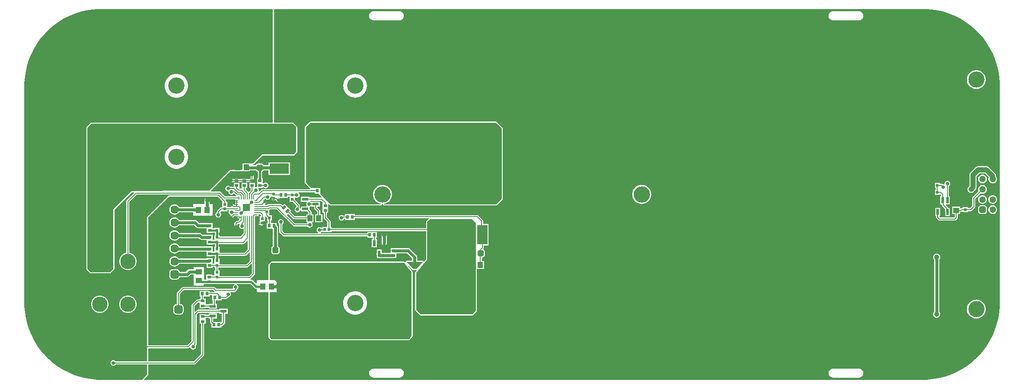
<source format=gbl>
G04*
G04 #@! TF.GenerationSoftware,Altium Limited,Altium Designer,23.0.1 (38)*
G04*
G04 Layer_Physical_Order=2*
G04 Layer_Color=16711680*
%FSLAX44Y44*%
%MOMM*%
G71*
G04*
G04 #@! TF.SameCoordinates,8AFF7610-CFF1-491F-A99F-289BE66ABFEC*
G04*
G04*
G04 #@! TF.FilePolarity,Positive*
G04*
G01*
G75*
%ADD11C,0.2000*%
%ADD15R,1.0160X1.1430*%
%ADD20R,0.6000X0.5600*%
%ADD34C,1.0000*%
%ADD35C,0.6000*%
%ADD37C,1.3000*%
G04:AMPARAMS|DCode=38|XSize=1.3mm|YSize=1.3mm|CornerRadius=0.325mm|HoleSize=0mm|Usage=FLASHONLY|Rotation=90.000|XOffset=0mm|YOffset=0mm|HoleType=Round|Shape=RoundedRectangle|*
%AMROUNDEDRECTD38*
21,1,1.3000,0.6500,0,0,90.0*
21,1,0.6500,1.3000,0,0,90.0*
1,1,0.6500,0.3250,0.3250*
1,1,0.6500,0.3250,-0.3250*
1,1,0.6500,-0.3250,-0.3250*
1,1,0.6500,-0.3250,0.3250*
%
%ADD38ROUNDEDRECTD38*%
G04:AMPARAMS|DCode=39|XSize=1.62mm|YSize=1.62mm|CornerRadius=0.405mm|HoleSize=0mm|Usage=FLASHONLY|Rotation=270.000|XOffset=0mm|YOffset=0mm|HoleType=Round|Shape=RoundedRectangle|*
%AMROUNDEDRECTD39*
21,1,1.6200,0.8100,0,0,270.0*
21,1,0.8100,1.6200,0,0,270.0*
1,1,0.8100,-0.4050,-0.4050*
1,1,0.8100,-0.4050,0.4050*
1,1,0.8100,0.4050,0.4050*
1,1,0.8100,0.4050,-0.4050*
%
%ADD39ROUNDEDRECTD39*%
%ADD40C,1.6200*%
%ADD41C,3.2000*%
%ADD42C,3.0000*%
%ADD43C,3.0000*%
%ADD44C,3.1750*%
%ADD45C,0.7000*%
%ADD46C,1.0000*%
%ADD47C,1.5000*%
%ADD48R,1.2700X0.5588*%
G04:AMPARAMS|DCode=49|XSize=0.55mm|YSize=0.75mm|CornerRadius=0mm|HoleSize=0mm|Usage=FLASHONLY|Rotation=135.000|XOffset=0mm|YOffset=0mm|HoleType=Round|Shape=Rectangle|*
%AMROTATEDRECTD49*
4,1,4,0.4596,0.0707,-0.0707,-0.4596,-0.4596,-0.0707,0.0707,0.4596,0.4596,0.0707,0.0*
%
%ADD49ROTATEDRECTD49*%

%ADD50R,0.7500X0.5500*%
G04:AMPARAMS|DCode=51|XSize=0.2mm|YSize=0.6mm|CornerRadius=0.05mm|HoleSize=0mm|Usage=FLASHONLY|Rotation=270.000|XOffset=0mm|YOffset=0mm|HoleType=Round|Shape=RoundedRectangle|*
%AMROUNDEDRECTD51*
21,1,0.2000,0.5000,0,0,270.0*
21,1,0.1000,0.6000,0,0,270.0*
1,1,0.1000,-0.2500,-0.0500*
1,1,0.1000,-0.2500,0.0500*
1,1,0.1000,0.2500,0.0500*
1,1,0.1000,0.2500,-0.0500*
%
%ADD51ROUNDEDRECTD51*%
G04:AMPARAMS|DCode=52|XSize=0.2mm|YSize=0.6mm|CornerRadius=0.05mm|HoleSize=0mm|Usage=FLASHONLY|Rotation=0.000|XOffset=0mm|YOffset=0mm|HoleType=Round|Shape=RoundedRectangle|*
%AMROUNDEDRECTD52*
21,1,0.2000,0.5000,0,0,0.0*
21,1,0.1000,0.6000,0,0,0.0*
1,1,0.1000,0.0500,-0.2500*
1,1,0.1000,-0.0500,-0.2500*
1,1,0.1000,-0.0500,0.2500*
1,1,0.1000,0.0500,0.2500*
%
%ADD52ROUNDEDRECTD52*%
%ADD53R,1.4000X1.4000*%
%ADD54R,0.5080X1.2192*%
%ADD55R,1.1430X1.0160*%
%ADD56R,0.5500X0.7500*%
%ADD57R,0.5588X1.2700*%
%ADD58R,8.8900X11.4300*%
%ADD59R,3.8100X2.0828*%
%ADD60R,11.4300X8.8900*%
%ADD61R,2.0828X3.8100*%
G04:AMPARAMS|DCode=62|XSize=1mm|YSize=1mm|CornerRadius=0.25mm|HoleSize=0mm|Usage=FLASHONLY|Rotation=180.000|XOffset=0mm|YOffset=0mm|HoleType=Round|Shape=RoundedRectangle|*
%AMROUNDEDRECTD62*
21,1,1.0000,0.5000,0,0,180.0*
21,1,0.5000,1.0000,0,0,180.0*
1,1,0.5000,-0.2500,0.2500*
1,1,0.5000,0.2500,0.2500*
1,1,0.5000,0.2500,-0.2500*
1,1,0.5000,-0.2500,-0.2500*
%
%ADD62ROUNDEDRECTD62*%
G04:AMPARAMS|DCode=63|XSize=7.6mm|YSize=2.5mm|CornerRadius=0.625mm|HoleSize=0mm|Usage=FLASHONLY|Rotation=90.000|XOffset=0mm|YOffset=0mm|HoleType=Round|Shape=RoundedRectangle|*
%AMROUNDEDRECTD63*
21,1,7.6000,1.2500,0,0,90.0*
21,1,6.3500,2.5000,0,0,90.0*
1,1,1.2500,0.6250,3.1750*
1,1,1.2500,0.6250,-3.1750*
1,1,1.2500,-0.6250,-3.1750*
1,1,1.2500,-0.6250,3.1750*
%
%ADD63ROUNDEDRECTD63*%
G04:AMPARAMS|DCode=64|XSize=1.2mm|YSize=1.22mm|CornerRadius=0.3mm|HoleSize=0mm|Usage=FLASHONLY|Rotation=90.000|XOffset=0mm|YOffset=0mm|HoleType=Round|Shape=RoundedRectangle|*
%AMROUNDEDRECTD64*
21,1,1.2000,0.6200,0,0,90.0*
21,1,0.6000,1.2200,0,0,90.0*
1,1,0.6000,0.3100,0.3000*
1,1,0.6000,0.3100,-0.3000*
1,1,0.6000,-0.3100,-0.3000*
1,1,0.6000,-0.3100,0.3000*
%
%ADD64ROUNDEDRECTD64*%
G04:AMPARAMS|DCode=65|XSize=1.2mm|YSize=1.22mm|CornerRadius=0.3mm|HoleSize=0mm|Usage=FLASHONLY|Rotation=0.000|XOffset=0mm|YOffset=0mm|HoleType=Round|Shape=RoundedRectangle|*
%AMROUNDEDRECTD65*
21,1,1.2000,0.6200,0,0,0.0*
21,1,0.6000,1.2200,0,0,0.0*
1,1,0.6000,0.3000,-0.3100*
1,1,0.6000,-0.3000,-0.3100*
1,1,0.6000,-0.3000,0.3100*
1,1,0.6000,0.3000,0.3100*
%
%ADD65ROUNDEDRECTD65*%
%ADD66R,0.5600X0.6000*%
%ADD67C,0.4000*%
G36*
X-676730Y131570D02*
Y83310D01*
X-681810Y78230D01*
X-744040D01*
X-761820Y60450D01*
X-767440D01*
Y60545D01*
X-781600D01*
Y49560D01*
X-783410Y47750D01*
X-806270D01*
X-846910Y7110D01*
X-939040D01*
X-939800Y6350D01*
X-999490D01*
X-1035050Y-29210D01*
Y-146050D01*
X-1041400Y-152400D01*
X-1079500D01*
X-1085850Y-146050D01*
Y130810D01*
X-1078230Y138430D01*
X-683260D01*
X-676730Y131570D01*
D02*
G37*
G36*
X-754555Y45655D02*
X-752901Y44550D01*
X-751928Y44357D01*
Y31850D01*
X-753600D01*
Y23620D01*
X-753600Y22350D01*
X-753600D01*
Y22350D01*
X-753600D01*
Y14617D01*
X-754582Y13811D01*
X-755470Y13988D01*
X-756358Y13811D01*
X-757340Y14617D01*
Y22350D01*
X-768840D01*
Y12850D01*
X-766149D01*
Y8377D01*
X-769294Y5232D01*
X-770973Y5349D01*
X-775271Y9647D01*
Y12850D01*
X-772580D01*
Y22350D01*
X-784080D01*
Y12850D01*
X-782080D01*
X-781878Y12045D01*
X-782222Y11738D01*
X-782968Y11236D01*
X-783987Y11439D01*
X-783987Y11439D01*
X-787455D01*
X-787608Y11668D01*
X-787820Y12850D01*
X-787820D01*
Y22350D01*
X-799320D01*
Y14845D01*
X-805927D01*
X-806295Y15395D01*
X-808114Y16611D01*
X-810260Y17038D01*
X-812406Y16611D01*
X-814225Y15395D01*
X-815441Y13576D01*
X-815868Y11430D01*
X-815441Y9284D01*
X-814225Y7465D01*
X-812406Y6249D01*
X-810260Y5822D01*
X-809425Y4987D01*
X-809488Y4672D01*
X-809061Y2526D01*
X-807845Y706D01*
X-806026Y-509D01*
X-803880Y-936D01*
X-801734Y-509D01*
X-799914Y706D01*
X-799675Y1064D01*
X-798199Y1179D01*
X-795237Y-1783D01*
X-795237Y-1783D01*
X-794244Y-2446D01*
X-793564Y-2581D01*
X-793689Y-3851D01*
X-816053D01*
X-824607Y4703D01*
X-825599Y5366D01*
X-826770Y5599D01*
X-826770Y5599D01*
X-843741D01*
X-844267Y6869D01*
X-805425Y45711D01*
X-798618D01*
Y45115D01*
X-784458D01*
Y45115D01*
X-783410Y45711D01*
X-782870Y45818D01*
X-782631Y45691D01*
X-781600Y45115D01*
X-781600Y45115D01*
X-781600Y45115D01*
X-767440D01*
Y47162D01*
X-755562D01*
X-754555Y45655D01*
D02*
G37*
G36*
X-640510Y1360D02*
X-632789D01*
X-631779Y760D01*
X-631624Y-20D01*
X-631182Y-682D01*
X-626619Y-5245D01*
X-626622Y-5269D01*
X-627194Y-6466D01*
X-651034D01*
Y-4731D01*
X-667734D01*
Y-14319D01*
X-656441D01*
X-655812Y-15589D01*
X-656691Y-16904D01*
X-657118Y-19050D01*
X-656691Y-21196D01*
X-655812Y-22511D01*
X-656441Y-23781D01*
X-667734D01*
Y-27261D01*
X-669004Y-27386D01*
X-669038Y-27215D01*
X-669996Y-25781D01*
X-669890Y-25249D01*
Y-21011D01*
X-670123Y-19841D01*
X-670786Y-18848D01*
X-670786Y-18848D01*
X-679530Y-10104D01*
Y-6913D01*
X-678260Y-6234D01*
X-677936Y-6451D01*
X-675790Y-6878D01*
X-673644Y-6451D01*
X-671825Y-5235D01*
X-670609Y-3416D01*
X-670182Y-1270D01*
X-670609Y876D01*
X-671825Y2695D01*
X-671953Y2781D01*
X-671568Y4051D01*
X-640510D01*
Y1360D01*
D02*
G37*
G36*
X-689530Y-14230D02*
X-684056D01*
X-676008Y-22278D01*
Y-24109D01*
X-676365Y-24180D01*
X-678184Y-25396D01*
X-679400Y-27215D01*
X-679827Y-29361D01*
X-679400Y-31507D01*
X-678184Y-33326D01*
X-676365Y-34542D01*
X-674219Y-34969D01*
X-672073Y-34542D01*
X-670254Y-33326D01*
X-669038Y-31507D01*
X-669004Y-31337D01*
X-667734Y-31462D01*
Y-33369D01*
X-655360D01*
X-652918Y-35811D01*
Y-39275D01*
X-656939D01*
Y-42661D01*
X-679453D01*
X-688350Y-33765D01*
X-686447Y-31862D01*
X-693164Y-25144D01*
Y-25144D01*
X-693164Y-25144D01*
X-699882Y-18427D01*
X-703055Y-21600D01*
X-704557Y-20097D01*
X-705549Y-19434D01*
X-706720Y-19201D01*
X-706720Y-19201D01*
X-731497D01*
X-732667Y-19434D01*
X-733660Y-20097D01*
X-733660Y-20097D01*
X-734414Y-20851D01*
X-738766D01*
X-739252Y-19678D01*
X-735707Y-16133D01*
X-735044Y-15141D01*
X-734811Y-13970D01*
X-735044Y-12800D01*
X-735707Y-11807D01*
X-736700Y-11144D01*
X-737870Y-10911D01*
X-738793Y-11095D01*
X-739402Y-10353D01*
X-739542Y-10047D01*
X-738251Y-8757D01*
X-736886Y-8850D01*
X-736755Y-9045D01*
X-734936Y-10261D01*
X-732790Y-10688D01*
X-730644Y-10261D01*
X-728825Y-9045D01*
X-727609Y-7226D01*
X-727202Y-5181D01*
X-726968Y-4925D01*
X-726050Y-4260D01*
X-723145D01*
X-722824Y-5530D01*
X-723523Y-5997D01*
X-724186Y-6989D01*
X-724419Y-8160D01*
X-724186Y-9330D01*
X-723523Y-10323D01*
X-722531Y-10986D01*
X-721360Y-11219D01*
X-717090D01*
X-714716Y-13593D01*
X-713724Y-14256D01*
X-712553Y-14489D01*
X-712553Y-14489D01*
X-711200D01*
X-710030Y-14256D01*
X-709037Y-13593D01*
X-708374Y-12601D01*
X-708141Y-11430D01*
X-708374Y-10259D01*
X-709037Y-9267D01*
X-710030Y-8604D01*
X-710116Y-8587D01*
X-710274Y-8290D01*
X-709513Y-7020D01*
X-702310D01*
Y-7020D01*
X-702310Y-7020D01*
X-701040Y-7020D01*
X-692810D01*
Y-4169D01*
X-689530D01*
Y-14230D01*
D02*
G37*
G36*
X-274320Y129540D02*
Y-8890D01*
X-284990Y-19560D01*
X-504792D01*
X-504917Y-18290D01*
X-502592Y-17828D01*
X-499218Y-16430D01*
X-496181Y-14401D01*
X-493599Y-11819D01*
X-491570Y-8782D01*
X-490173Y-5408D01*
X-489460Y-1826D01*
Y1826D01*
X-490173Y5408D01*
X-491570Y8782D01*
X-493599Y11819D01*
X-496181Y14401D01*
X-499218Y16430D01*
X-502592Y17828D01*
X-506174Y18540D01*
X-509826D01*
X-513408Y17828D01*
X-516782Y16430D01*
X-519819Y14401D01*
X-522401Y11819D01*
X-524430Y8782D01*
X-525827Y5408D01*
X-526540Y1826D01*
Y-1826D01*
X-525827Y-5408D01*
X-524430Y-8782D01*
X-522401Y-11819D01*
X-519819Y-14401D01*
X-516782Y-16430D01*
X-513408Y-17828D01*
X-511083Y-18290D01*
X-511208Y-19560D01*
X-609420D01*
X-629740Y760D01*
Y12860D01*
X-647860D01*
X-657860Y22860D01*
Y132080D01*
X-649480Y140460D01*
X-285240D01*
X-274320Y129540D01*
D02*
G37*
G36*
X-796445Y-11239D02*
X-796579Y-11910D01*
Y-20851D01*
X-798113D01*
X-801567Y-17397D01*
X-802560Y-16734D01*
X-803730Y-16501D01*
X-804901Y-16734D01*
X-805893Y-17397D01*
X-806556Y-18390D01*
X-806789Y-19560D01*
X-806556Y-20731D01*
X-805893Y-21723D01*
X-803938Y-23678D01*
X-804424Y-24851D01*
X-811610D01*
Y-14980D01*
X-813551D01*
Y-13970D01*
X-813784Y-12799D01*
X-814447Y-11807D01*
X-814447Y-11807D01*
X-815112Y-11142D01*
X-814626Y-9969D01*
X-797242D01*
X-796445Y-11239D01*
D02*
G37*
G36*
X568562Y362158D02*
X580233Y360309D01*
X591721Y357551D01*
X602958Y353900D01*
X613875Y349378D01*
X624402Y344014D01*
X634477Y337841D01*
X644035Y330896D01*
X653020Y323223D01*
X661374Y314868D01*
X669048Y305883D01*
X675993Y296325D01*
X682166Y286250D01*
X687531Y275722D01*
X692052Y264806D01*
X695703Y253569D01*
X698462Y242080D01*
X700310Y230410D01*
X701237Y218631D01*
Y212724D01*
Y-212726D01*
Y-218634D01*
X700310Y-230413D01*
X698462Y-242083D01*
X695703Y-253572D01*
X692052Y-264809D01*
X687531Y-275725D01*
X682167Y-286252D01*
X675993Y-296327D01*
X669048Y-305886D01*
X661375Y-314870D01*
X653020Y-323225D01*
X644035Y-330898D01*
X634477Y-337843D01*
X624402Y-344017D01*
X613875Y-349381D01*
X602959Y-353902D01*
X591721Y-357553D01*
X580233Y-360312D01*
X568563Y-362160D01*
X556783Y-363087D01*
X-974494D01*
X-974980Y-361914D01*
X-967568Y-354502D01*
X-967126Y-353840D01*
X-966971Y-353060D01*
Y-333259D01*
X-876300D01*
X-876300Y-333259D01*
X-875129Y-333026D01*
X-874137Y-332363D01*
X-857923Y-316149D01*
X-857260Y-315156D01*
X-857027Y-313986D01*
X-857027Y-313986D01*
Y-253501D01*
X-854336D01*
Y-245271D01*
X-854336Y-244001D01*
X-854336Y-242725D01*
X-853438Y-241827D01*
X-848370D01*
Y-243080D01*
X-845305D01*
Y-250351D01*
X-845305Y-250351D01*
X-845072Y-251521D01*
X-844409Y-252514D01*
X-842916Y-254007D01*
Y-261181D01*
X-834686D01*
X-833416Y-261181D01*
X-832146Y-261181D01*
X-823916D01*
Y-259101D01*
X-822960Y-258329D01*
X-821789Y-258096D01*
X-820797Y-257433D01*
X-817029Y-253665D01*
X-817029Y-253665D01*
X-816366Y-252673D01*
X-816133Y-251502D01*
Y-233555D01*
X-810842D01*
Y-223967D01*
X-827542D01*
Y-225702D01*
X-868841D01*
X-870012Y-225935D01*
X-871004Y-226598D01*
X-871004Y-226598D01*
X-874608Y-230202D01*
X-875781Y-229716D01*
Y-218437D01*
X-869174Y-211830D01*
X-866734D01*
X-865836Y-212728D01*
Y-213521D01*
X-865836Y-214791D01*
Y-223021D01*
X-854336D01*
Y-221812D01*
X-848370D01*
Y-224030D01*
X-831670D01*
Y-214442D01*
X-834167D01*
Y-207680D01*
X-831850D01*
Y-207680D01*
X-831850Y-207680D01*
X-830580Y-207680D01*
X-822350D01*
Y-204816D01*
X-813897D01*
X-813897Y-204816D01*
X-812727Y-204583D01*
X-811734Y-203920D01*
X-809054Y-201240D01*
X-809054Y-201240D01*
X-808829Y-200903D01*
X-808114Y-200761D01*
X-806295Y-199545D01*
X-805079Y-197726D01*
X-804652Y-195580D01*
X-805079Y-193434D01*
X-805664Y-192558D01*
X-804986Y-191288D01*
X-797830D01*
X-797829Y-191288D01*
X-796659Y-191055D01*
X-795667Y-190392D01*
X-793683Y-188409D01*
X-793683Y-188409D01*
X-793020Y-187416D01*
X-792858Y-186600D01*
X-791324Y-185575D01*
X-790108Y-183756D01*
X-789682Y-181610D01*
X-790108Y-179464D01*
X-791324Y-177645D01*
X-793085Y-176468D01*
X-793102Y-176374D01*
X-792662Y-175198D01*
X-766559D01*
X-758534Y-183224D01*
X-758534Y-183224D01*
X-757211Y-184108D01*
X-755650Y-184418D01*
X-754380D01*
Y-189230D01*
X-751840Y-191770D01*
X-730839D01*
Y-279910D01*
X-730684Y-280690D01*
X-730242Y-281352D01*
X-726432Y-285162D01*
X-725770Y-285604D01*
X-724990Y-285759D01*
X-455616Y-285759D01*
X-455460Y-285728D01*
X-455301Y-285735D01*
X-455073Y-285651D01*
X-454836Y-285604D01*
X-454703Y-285516D01*
X-454554Y-285461D01*
X-454376Y-285297D01*
X-454174Y-285162D01*
X-454086Y-285030D01*
X-453969Y-284922D01*
X-449203Y-278392D01*
X-449101Y-278172D01*
X-448966Y-277970D01*
X-448935Y-277814D01*
X-448868Y-277670D01*
X-448858Y-277427D01*
X-448811Y-277190D01*
Y-152400D01*
X-448866Y-152122D01*
X-448890Y-151839D01*
X-448943Y-151735D01*
X-448966Y-151620D01*
X-449124Y-151384D01*
X-449253Y-151131D01*
X-457967Y-140164D01*
X-456985Y-139359D01*
X-450105Y-147479D01*
X-450038Y-147532D01*
X-449992Y-147602D01*
X-449988Y-147604D01*
X-449985Y-147609D01*
X-449981Y-147612D01*
X-449980Y-147614D01*
X-449763Y-147756D01*
X-449726Y-147781D01*
X-449482Y-147974D01*
X-449399Y-147998D01*
X-449330Y-148044D01*
X-449327Y-148045D01*
X-449322Y-148048D01*
X-449316Y-148050D01*
X-449314Y-148051D01*
X-449160Y-148080D01*
X-449016Y-148108D01*
X-448717Y-148193D01*
X-448629Y-148183D01*
X-448550Y-148199D01*
X-448546D01*
X-448540Y-148200D01*
X-448535Y-148199D01*
X-441653D01*
X-441250Y-148745D01*
X-441087Y-149292D01*
X-441101Y-149511D01*
X-443514Y-152349D01*
X-443668Y-152626D01*
X-443844Y-152890D01*
X-443860Y-152971D01*
X-443901Y-153044D01*
X-443937Y-153359D01*
X-443999Y-153670D01*
Y-226060D01*
X-443999Y-226060D01*
X-443844Y-226840D01*
X-443402Y-227502D01*
X-443402Y-227502D01*
X-434512Y-236392D01*
X-433850Y-236834D01*
X-433070Y-236989D01*
X-331470D01*
X-331470Y-236989D01*
X-330690Y-236834D01*
X-330028Y-236392D01*
X-323678Y-230042D01*
X-323236Y-229380D01*
X-323081Y-228600D01*
Y-146145D01*
X-309150D01*
Y-130715D01*
X-313171D01*
Y-123768D01*
X-312500D01*
X-310549Y-123380D01*
X-308895Y-122275D01*
X-307790Y-120621D01*
X-307402Y-118670D01*
Y-112470D01*
X-307790Y-110519D01*
X-308895Y-108865D01*
X-309984Y-108138D01*
X-310263Y-106621D01*
X-310077Y-106435D01*
X-309414Y-105443D01*
X-309181Y-104272D01*
X-309181Y-104272D01*
Y-99790D01*
X-300006D01*
Y-57690D01*
X-310680D01*
Y-52022D01*
X-310912Y-50851D01*
X-311576Y-49859D01*
X-311576Y-49859D01*
X-319907Y-41527D01*
X-320900Y-40864D01*
X-322070Y-40631D01*
X-322070Y-40631D01*
X-562000Y-40631D01*
Y-38700D01*
X-570230D01*
X-571500Y-38700D01*
X-572770Y-38700D01*
X-581000D01*
Y-41391D01*
X-584589D01*
X-585864Y-40539D01*
X-588010Y-40112D01*
X-590156Y-40539D01*
X-591975Y-41755D01*
X-593191Y-43574D01*
X-593618Y-45720D01*
X-593191Y-47866D01*
X-591975Y-49685D01*
X-590156Y-50901D01*
X-588010Y-51328D01*
X-585864Y-50901D01*
X-584045Y-49685D01*
X-582829Y-47866D01*
X-582758Y-47509D01*
X-581000D01*
Y-50200D01*
X-572770D01*
X-571500Y-50200D01*
X-570230Y-50200D01*
X-562000D01*
Y-46749D01*
X-417511Y-46749D01*
X-417079Y-47943D01*
X-421675Y-51774D01*
X-421734Y-51846D01*
X-421812Y-51898D01*
X-421983Y-52154D01*
X-422176Y-52392D01*
X-422202Y-52482D01*
X-422254Y-52560D01*
X-422314Y-52861D01*
X-422401Y-53155D01*
X-422391Y-53248D01*
X-422409Y-53340D01*
Y-66031D01*
X-607890D01*
Y-64090D01*
X-609631D01*
Y-52790D01*
X-609864Y-51620D01*
X-610527Y-50627D01*
X-616701Y-44453D01*
Y-36170D01*
X-614010D01*
Y-27940D01*
X-614010Y-26670D01*
X-614010Y-25400D01*
Y-19513D01*
X-612837Y-19027D01*
X-610862Y-21002D01*
X-610200Y-21444D01*
X-609420Y-21599D01*
X-511208D01*
X-510914Y-21541D01*
X-510616Y-21511D01*
X-510527Y-21464D01*
X-510428Y-21444D01*
X-510178Y-21277D01*
X-509914Y-21136D01*
X-509850Y-21058D01*
X-509766Y-21002D01*
X-509599Y-20753D01*
X-509409Y-20521D01*
X-509380Y-20424D01*
X-509324Y-20340D01*
X-509266Y-20047D01*
X-509179Y-19760D01*
X-509057Y-18526D01*
X-508000Y-18630D01*
X-506943Y-18526D01*
X-506821Y-19760D01*
X-506735Y-20047D01*
X-506676Y-20340D01*
X-506620Y-20424D01*
X-506590Y-20521D01*
X-506400Y-20753D01*
X-506234Y-21002D01*
X-506150Y-21058D01*
X-506086Y-21136D01*
X-505822Y-21277D01*
X-505572Y-21444D01*
X-505473Y-21464D01*
X-505384Y-21511D01*
X-505086Y-21541D01*
X-504792Y-21599D01*
X-284990D01*
X-284210Y-21444D01*
X-283548Y-21002D01*
X-283548Y-21002D01*
X-272878Y-10332D01*
X-272436Y-9670D01*
X-272281Y-8890D01*
Y129540D01*
X-272436Y130320D01*
X-272878Y130982D01*
X-283798Y141902D01*
X-284460Y142344D01*
X-285240Y142499D01*
X-649480D01*
X-650260Y142344D01*
X-650922Y141902D01*
X-650922Y141902D01*
X-659302Y133522D01*
X-659744Y132860D01*
X-659899Y132080D01*
Y22860D01*
X-659744Y22080D01*
X-659302Y21418D01*
X-649323Y11439D01*
X-649325Y11350D01*
X-649718Y10169D01*
X-743460D01*
X-744631Y9936D01*
X-745623Y9273D01*
X-745623Y9273D01*
X-749200Y5696D01*
X-749708Y5947D01*
X-750247Y6445D01*
X-749862Y8380D01*
X-750289Y10526D01*
X-750993Y11580D01*
X-750315Y12850D01*
X-742100D01*
Y13421D01*
X-740830Y13806D01*
X-740715Y13635D01*
X-738896Y12419D01*
X-736750Y11992D01*
X-734604Y12419D01*
X-732785Y13635D01*
X-731569Y15454D01*
X-731142Y17600D01*
X-731569Y19746D01*
X-732785Y21565D01*
X-734604Y22781D01*
X-736750Y23208D01*
X-738896Y22781D01*
X-740715Y21565D01*
X-741864Y22132D01*
X-742100Y22350D01*
Y22350D01*
X-742100D01*
Y31850D01*
X-743772D01*
Y44357D01*
X-742799Y44550D01*
X-741145Y45655D01*
X-740138Y47162D01*
X-730800D01*
Y37876D01*
X-688700D01*
Y62704D01*
X-730800D01*
Y57358D01*
X-740138D01*
X-741145Y58865D01*
X-742799Y59970D01*
X-744750Y60358D01*
X-750950D01*
X-752901Y59970D01*
X-754555Y58865D01*
X-755562Y57358D01*
X-760185D01*
X-760958Y58536D01*
X-760947Y58628D01*
X-760378Y59008D01*
X-760378Y59008D01*
X-743195Y76191D01*
X-681810D01*
X-681810Y76191D01*
X-681030Y76346D01*
X-680368Y76788D01*
X-680368Y76788D01*
X-675288Y81868D01*
X-674846Y82530D01*
X-674691Y83310D01*
Y131570D01*
X-674763Y131936D01*
X-674827Y132304D01*
X-674841Y132325D01*
X-674846Y132350D01*
X-675053Y132661D01*
X-675253Y132976D01*
X-681783Y139836D01*
X-681804Y139851D01*
X-681818Y139872D01*
X-682128Y140079D01*
X-682433Y140294D01*
X-682458Y140300D01*
X-682480Y140314D01*
X-682845Y140387D01*
X-683210Y140469D01*
X-683235Y140464D01*
X-683260Y140469D01*
X-720591D01*
Y363085D01*
X556783D01*
X568562Y362158D01*
D02*
G37*
G36*
X-821099Y-13807D02*
X-821585Y-14980D01*
X-821610D01*
Y-25421D01*
X-823500D01*
X-823500Y-25421D01*
X-824670Y-25654D01*
X-825663Y-26317D01*
X-825663Y-26317D01*
X-831623Y-32277D01*
X-832286Y-33270D01*
X-832519Y-34440D01*
X-832519Y-34440D01*
Y-35139D01*
X-833425Y-35745D01*
X-834641Y-37564D01*
X-835068Y-39710D01*
X-834641Y-41856D01*
X-833425Y-43675D01*
X-831606Y-44891D01*
X-829460Y-45318D01*
X-827314Y-44891D01*
X-825495Y-43675D01*
X-824279Y-41856D01*
X-823852Y-39710D01*
X-824279Y-37564D01*
X-825495Y-35745D01*
X-825579Y-34885D01*
X-822880Y-32186D01*
X-821610Y-32712D01*
Y-33280D01*
X-811610D01*
Y-30969D01*
X-809007D01*
X-808409Y-32089D01*
X-808715Y-32546D01*
X-809141Y-34692D01*
X-808715Y-36838D01*
X-807499Y-38657D01*
X-805680Y-39873D01*
X-805441Y-39921D01*
X-805072Y-41136D01*
X-807343Y-43407D01*
X-808006Y-44399D01*
X-808239Y-45570D01*
X-808239Y-45570D01*
Y-45720D01*
X-808006Y-46891D01*
X-807343Y-47883D01*
X-806350Y-48546D01*
X-805180Y-48779D01*
X-804009Y-48546D01*
X-803017Y-47883D01*
X-802715Y-47430D01*
X-798253Y-42969D01*
X-793670D01*
X-792499Y-42736D01*
X-791782Y-42256D01*
X-790867Y-43172D01*
X-791346Y-43889D01*
X-791579Y-45060D01*
X-791346Y-46231D01*
X-790683Y-47223D01*
X-789690Y-47886D01*
X-788588Y-48105D01*
X-788454Y-48307D01*
X-788075Y-49389D01*
X-790238Y-51551D01*
X-792480D01*
X-793651Y-51784D01*
X-794643Y-52447D01*
X-794643Y-52447D01*
X-797183Y-54987D01*
X-797846Y-55979D01*
X-798079Y-57150D01*
X-798079Y-57150D01*
Y-63500D01*
X-797846Y-64671D01*
X-797183Y-65663D01*
X-796190Y-66326D01*
X-795020Y-66559D01*
X-793849Y-66326D01*
X-792857Y-65663D01*
X-792194Y-64671D01*
X-791961Y-63500D01*
Y-58417D01*
X-791213Y-57669D01*
X-788971D01*
X-788970Y-57669D01*
X-787881Y-57452D01*
X-787629Y-57714D01*
X-787144Y-58502D01*
X-788201Y-60084D01*
X-788628Y-62230D01*
X-788201Y-64376D01*
X-786985Y-66195D01*
X-785166Y-67411D01*
X-783020Y-67838D01*
X-780874Y-67411D01*
X-780699Y-67294D01*
X-779579Y-67892D01*
Y-76173D01*
X-785997Y-82591D01*
X-827281D01*
Y-79580D01*
X-828202D01*
Y-75020D01*
X-827281D01*
Y-65420D01*
X-837281D01*
Y-66342D01*
X-839426D01*
X-840500Y-65870D01*
Y-56370D01*
X-844501D01*
X-846251Y-56022D01*
X-866738D01*
X-871245Y-51515D01*
X-872899Y-50410D01*
X-874850Y-50022D01*
X-906391D01*
X-908007Y-47917D01*
X-910116Y-46298D01*
X-912573Y-45280D01*
X-915210Y-44933D01*
X-917847Y-45280D01*
X-920303Y-46298D01*
X-922413Y-47917D01*
X-924032Y-50026D01*
X-925050Y-52483D01*
X-925397Y-55120D01*
X-925050Y-57757D01*
X-924032Y-60214D01*
X-922413Y-62323D01*
X-920303Y-63942D01*
X-917847Y-64960D01*
X-915210Y-65307D01*
X-912573Y-64960D01*
X-910116Y-63942D01*
X-908007Y-62323D01*
X-906391Y-60218D01*
X-876962D01*
X-872455Y-64725D01*
X-870801Y-65830D01*
X-868850Y-66218D01*
X-852001D01*
Y-75370D01*
X-840500D01*
Y-74498D01*
X-837281D01*
Y-75020D01*
X-836359D01*
Y-79580D01*
X-837281D01*
Y-89202D01*
X-839426D01*
X-840500Y-88730D01*
Y-79230D01*
X-844501D01*
X-846251Y-78882D01*
X-860388D01*
X-862355Y-76915D01*
X-864009Y-75810D01*
X-865960Y-75422D01*
X-906391D01*
X-908007Y-73317D01*
X-910116Y-71698D01*
X-912573Y-70680D01*
X-915210Y-70333D01*
X-917847Y-70680D01*
X-920303Y-71698D01*
X-922413Y-73317D01*
X-924032Y-75426D01*
X-925050Y-77883D01*
X-925397Y-80520D01*
X-925050Y-83157D01*
X-924032Y-85614D01*
X-922413Y-87723D01*
X-920303Y-89342D01*
X-917847Y-90360D01*
X-915210Y-90707D01*
X-912573Y-90360D01*
X-910116Y-89342D01*
X-908007Y-87723D01*
X-906391Y-85618D01*
X-868072D01*
X-866105Y-87585D01*
X-864451Y-88690D01*
X-862500Y-89078D01*
X-852001D01*
Y-98230D01*
X-840500D01*
Y-97358D01*
X-837281D01*
Y-97880D01*
X-836359D01*
Y-102440D01*
X-837281D01*
Y-112062D01*
X-839426D01*
X-840500Y-111590D01*
Y-102090D01*
X-844501D01*
X-846251Y-101742D01*
X-906008D01*
X-906388Y-100826D01*
X-908007Y-98717D01*
X-910116Y-97098D01*
X-912573Y-96080D01*
X-915210Y-95733D01*
X-917847Y-96080D01*
X-920303Y-97098D01*
X-922413Y-98717D01*
X-924032Y-100826D01*
X-925050Y-103283D01*
X-925397Y-105920D01*
X-925050Y-108557D01*
X-924032Y-111014D01*
X-922413Y-113123D01*
X-920303Y-114742D01*
X-917847Y-115760D01*
X-915210Y-116107D01*
X-912573Y-115760D01*
X-910116Y-114742D01*
X-908007Y-113123D01*
X-907097Y-111938D01*
X-852001D01*
Y-121090D01*
X-840500D01*
Y-120218D01*
X-837281D01*
Y-120740D01*
X-836359D01*
Y-125300D01*
X-837281D01*
Y-135941D01*
X-840500D01*
Y-134450D01*
X-840500D01*
X-840500Y-134450D01*
X-840500Y-133180D01*
Y-124950D01*
X-844501D01*
X-846251Y-124602D01*
X-848000Y-124950D01*
X-852001D01*
Y-125352D01*
X-907059D01*
X-908007Y-124117D01*
X-910116Y-122498D01*
X-912573Y-121480D01*
X-915210Y-121133D01*
X-917847Y-121480D01*
X-920303Y-122498D01*
X-922413Y-124117D01*
X-924032Y-126226D01*
X-925050Y-128683D01*
X-925397Y-131320D01*
X-925050Y-133957D01*
X-924032Y-136414D01*
X-922413Y-138523D01*
X-920303Y-140142D01*
X-917847Y-141160D01*
X-915210Y-141507D01*
X-912573Y-141160D01*
X-910116Y-140142D01*
X-908007Y-138523D01*
X-906388Y-136414D01*
X-906029Y-135548D01*
X-852001D01*
Y-143950D01*
X-840500D01*
Y-142059D01*
X-837281D01*
Y-143600D01*
X-835339D01*
Y-148160D01*
X-837281D01*
Y-158801D01*
X-841340D01*
Y-156870D01*
X-852840D01*
Y-165100D01*
X-852840Y-166370D01*
X-853832Y-167042D01*
X-857250D01*
Y-143510D01*
X-858520Y-142240D01*
X-877570D01*
Y-146413D01*
X-885589D01*
X-887540Y-146801D01*
X-889194Y-147906D01*
X-892910Y-151622D01*
X-905200D01*
X-905461Y-150309D01*
X-906798Y-148308D01*
X-908799Y-146971D01*
X-911160Y-146502D01*
X-919260D01*
X-921621Y-146971D01*
X-923622Y-148308D01*
X-924959Y-150309D01*
X-925428Y-152670D01*
Y-160770D01*
X-924959Y-163131D01*
X-923622Y-165132D01*
X-921621Y-166469D01*
X-919260Y-166938D01*
X-911160D01*
X-908799Y-166469D01*
X-906798Y-165132D01*
X-905461Y-163131D01*
X-905200Y-161818D01*
X-890798D01*
X-888847Y-161430D01*
X-887193Y-160325D01*
X-883477Y-156609D01*
X-877570D01*
Y-177800D01*
X-876300Y-179070D01*
X-859790D01*
X-857250Y-176530D01*
Y-175198D01*
X-852840D01*
Y-175870D01*
X-841340D01*
Y-175198D01*
X-797917D01*
X-797477Y-176374D01*
X-797494Y-176468D01*
X-799255Y-177645D01*
X-800470Y-179464D01*
X-800897Y-181610D01*
X-800470Y-183756D01*
X-800273Y-184051D01*
X-800872Y-185171D01*
X-832854D01*
X-836037Y-181987D01*
X-837029Y-181324D01*
X-838200Y-181091D01*
X-838200Y-181091D01*
X-897890D01*
X-897890Y-181091D01*
X-899061Y-181324D01*
X-900053Y-181987D01*
X-900053Y-181987D01*
X-909753Y-191687D01*
X-910416Y-192679D01*
X-910649Y-193850D01*
X-910649Y-193850D01*
Y-215082D01*
X-911640D01*
X-914001Y-215551D01*
X-916002Y-216888D01*
X-917339Y-218889D01*
X-917809Y-221250D01*
Y-229350D01*
X-917339Y-231711D01*
X-916002Y-233712D01*
X-914001Y-235049D01*
X-911640Y-235518D01*
X-903540D01*
X-901179Y-235049D01*
X-899178Y-233712D01*
X-897841Y-231711D01*
X-897372Y-229350D01*
Y-221250D01*
X-897841Y-218889D01*
X-899178Y-216888D01*
X-901179Y-215551D01*
X-903540Y-215082D01*
X-904531D01*
Y-195117D01*
X-896623Y-187209D01*
X-839467D01*
X-836706Y-189969D01*
X-837232Y-191239D01*
X-846776D01*
Y-188721D01*
X-855006D01*
X-856276Y-188721D01*
X-857546Y-188721D01*
X-865776D01*
Y-200221D01*
X-864085D01*
Y-204021D01*
X-865836D01*
Y-205712D01*
X-870441D01*
X-870441Y-205712D01*
X-871611Y-205945D01*
X-872604Y-206608D01*
X-872604Y-206608D01*
X-881003Y-215007D01*
X-881666Y-216000D01*
X-881899Y-217170D01*
X-881899Y-217170D01*
Y-287023D01*
X-890267Y-295391D01*
X-966971D01*
Y-45295D01*
X-926195Y-4519D01*
X-830387D01*
X-821099Y-13807D01*
D02*
G37*
G36*
X-624599Y-15997D02*
X-625085Y-17170D01*
X-625510D01*
Y-25400D01*
X-625510Y-26670D01*
X-625510Y-27940D01*
Y-36170D01*
X-622819D01*
Y-45720D01*
X-622819Y-45720D01*
X-622586Y-46891D01*
X-621923Y-47883D01*
X-615749Y-54057D01*
Y-64090D01*
X-626190D01*
Y-65165D01*
X-626606Y-65455D01*
X-627460Y-65728D01*
X-629044Y-64669D01*
X-631190Y-64242D01*
X-633336Y-64669D01*
X-635155Y-65885D01*
X-636371Y-67704D01*
X-636798Y-69850D01*
X-636371Y-71996D01*
X-635155Y-73815D01*
X-633500Y-74921D01*
X-633508Y-75564D01*
X-633711Y-76191D01*
X-699263D01*
X-703844Y-71610D01*
Y-58421D01*
X-702937Y-57815D01*
X-701722Y-55996D01*
X-701295Y-53850D01*
X-701722Y-51704D01*
X-702937Y-49885D01*
X-704757Y-48669D01*
X-706903Y-48242D01*
X-709049Y-48669D01*
X-710868Y-49885D01*
X-712084Y-51704D01*
X-712510Y-53850D01*
X-712084Y-55996D01*
X-710868Y-57815D01*
X-709961Y-58421D01*
Y-72877D01*
X-709961Y-72877D01*
X-709729Y-74048D01*
X-709066Y-75040D01*
X-702693Y-81413D01*
X-702693Y-81413D01*
X-701701Y-82076D01*
X-700530Y-82309D01*
X-700530Y-82309D01*
X-537640D01*
Y-85000D01*
X-527499Y-85000D01*
X-526613Y-85886D01*
X-526630Y-87156D01*
X-528489D01*
Y-103856D01*
X-518901D01*
Y-87156D01*
X-520484D01*
Y-85000D01*
X-518640D01*
Y-73500D01*
X-526870D01*
X-528140Y-73500D01*
X-529410Y-73500D01*
X-537640D01*
Y-76191D01*
X-628669D01*
X-628871Y-75564D01*
X-628880Y-74921D01*
X-627460Y-73973D01*
X-626190Y-74090D01*
X-626190Y-74090D01*
X-626190Y-74090D01*
X-607890D01*
Y-72149D01*
X-422409D01*
Y-127520D01*
X-426104Y-131867D01*
X-426215Y-131891D01*
X-426829Y-131816D01*
X-427463Y-131505D01*
X-427476Y-131440D01*
X-427526Y-131365D01*
X-427551Y-131279D01*
X-427746Y-131036D01*
X-427918Y-130778D01*
X-428058Y-130638D01*
X-428720Y-130196D01*
X-429500Y-130041D01*
X-439762D01*
Y-122830D01*
X-440150Y-120879D01*
X-441255Y-119225D01*
X-454025Y-106455D01*
X-455679Y-105350D01*
X-457630Y-104962D01*
X-486230D01*
X-487979Y-105310D01*
X-491980D01*
Y-114462D01*
X-509376D01*
Y-107984D01*
X-518964D01*
Y-114806D01*
X-519268Y-116334D01*
Y-117766D01*
X-518964Y-119294D01*
Y-124684D01*
X-509376D01*
Y-124658D01*
X-486230D01*
X-484481Y-124310D01*
X-480480D01*
Y-115158D01*
X-459742D01*
X-449958Y-124942D01*
Y-130119D01*
X-460372Y-130181D01*
X-460675Y-130243D01*
X-460982Y-130278D01*
X-461062Y-130322D01*
X-461152Y-130341D01*
X-461408Y-130514D01*
X-461678Y-130664D01*
X-461735Y-130736D01*
X-461810Y-130787D01*
X-461981Y-131045D01*
X-462173Y-131287D01*
X-462198Y-131375D01*
X-462249Y-131451D01*
X-462307Y-131754D01*
X-462392Y-132052D01*
X-463152Y-132488D01*
X-463611Y-132644D01*
X-463956Y-132625D01*
X-463983Y-132591D01*
X-464073Y-132516D01*
X-464138Y-132418D01*
X-464374Y-132260D01*
X-464590Y-132077D01*
X-464702Y-132041D01*
X-464800Y-131976D01*
X-465078Y-131921D01*
X-465348Y-131834D01*
X-465465Y-131844D01*
X-465580Y-131821D01*
X-724990D01*
X-725770Y-131976D01*
X-726432Y-132418D01*
X-730242Y-136228D01*
X-730684Y-136890D01*
X-730839Y-137670D01*
Y-167640D01*
X-753110D01*
X-754380Y-168910D01*
Y-174183D01*
X-755553Y-174669D01*
X-761986Y-168236D01*
X-763309Y-167352D01*
X-764870Y-167042D01*
X-764870Y-167042D01*
X-766813D01*
X-766938Y-165772D01*
X-766860Y-165756D01*
X-765867Y-165093D01*
X-758357Y-157583D01*
X-758357Y-157583D01*
X-757694Y-156591D01*
X-757461Y-155420D01*
X-757461Y-155420D01*
Y-45411D01*
X-757461Y-45410D01*
X-757461Y-45410D01*
Y-42969D01*
X-755020D01*
X-754969Y-42959D01*
X-752870D01*
X-751895Y-42765D01*
X-751068Y-42212D01*
X-750515Y-41385D01*
X-750321Y-40410D01*
Y-39410D01*
X-749959Y-38969D01*
X-747677D01*
X-745829Y-40817D01*
Y-42920D01*
X-747950D01*
Y-51976D01*
X-747950Y-52520D01*
X-748919Y-53246D01*
X-751636D01*
X-752214Y-53131D01*
X-753384Y-53364D01*
X-754377Y-54027D01*
X-755040Y-55019D01*
X-755273Y-56190D01*
X-755040Y-57361D01*
X-754377Y-58353D01*
X-754262Y-58468D01*
X-753269Y-59131D01*
X-752099Y-59364D01*
X-747200D01*
X-746757Y-60027D01*
X-745764Y-60690D01*
X-744594Y-60923D01*
X-743423Y-60690D01*
X-742431Y-60027D01*
X-741768Y-59034D01*
X-741535Y-57864D01*
Y-56661D01*
X-741535Y-56661D01*
X-741768Y-55491D01*
X-742431Y-54498D01*
X-742787Y-54142D01*
X-743314Y-53790D01*
X-742929Y-52520D01*
X-737950D01*
Y-43442D01*
X-737032Y-43048D01*
X-736680Y-43016D01*
X-734140Y-45556D01*
Y-51230D01*
X-732599D01*
Y-55720D01*
X-734490D01*
Y-67220D01*
X-724990D01*
Y-67220D01*
X-724990Y-67220D01*
X-723642Y-67220D01*
X-722468Y-68394D01*
Y-101482D01*
X-724075Y-102555D01*
X-725180Y-104209D01*
X-725568Y-106160D01*
Y-112160D01*
X-725180Y-114111D01*
X-724075Y-115765D01*
X-722421Y-116870D01*
X-720470Y-117258D01*
X-714270D01*
X-712319Y-116870D01*
X-710665Y-115765D01*
X-709560Y-114111D01*
X-709172Y-112160D01*
Y-106160D01*
X-709560Y-104209D01*
X-710665Y-102555D01*
X-712272Y-101482D01*
Y-65340D01*
X-712660Y-63389D01*
X-713765Y-61735D01*
X-715418Y-60082D01*
X-715490Y-59721D01*
Y-55720D01*
X-723720D01*
X-724990Y-55720D01*
Y-55720D01*
X-724990D01*
Y-55720D01*
X-726481D01*
Y-51230D01*
X-724540D01*
Y-41230D01*
X-729495D01*
X-730048Y-40523D01*
X-729800Y-39290D01*
X-729800D01*
Y-30389D01*
X-729327Y-30073D01*
X-728573Y-29319D01*
X-715417D01*
X-682883Y-61853D01*
X-682883Y-61853D01*
X-681891Y-62516D01*
X-680720Y-62749D01*
X-654811D01*
X-654205Y-63655D01*
X-652386Y-64871D01*
X-650240Y-65298D01*
X-648094Y-64871D01*
X-646275Y-63655D01*
X-645059Y-61836D01*
X-644632Y-59690D01*
X-645059Y-57544D01*
X-646107Y-55975D01*
X-645689Y-54705D01*
X-642779D01*
Y-39275D01*
X-646800D01*
Y-34544D01*
X-647033Y-33373D01*
X-647696Y-32381D01*
X-647696Y-32381D01*
X-651034Y-29043D01*
Y-24563D01*
X-649364Y-24231D01*
X-648176Y-23437D01*
X-646906Y-23844D01*
Y-23844D01*
X-641615D01*
Y-26767D01*
X-641615Y-26767D01*
X-641382Y-27938D01*
X-640719Y-28930D01*
X-635900Y-33749D01*
Y-39275D01*
X-639921D01*
Y-54705D01*
X-625761D01*
Y-39275D01*
X-629782D01*
Y-32483D01*
X-630015Y-31312D01*
X-630678Y-30320D01*
X-635497Y-25501D01*
Y-23844D01*
X-630206D01*
Y-14256D01*
X-646906D01*
X-646906Y-14256D01*
X-648176Y-14663D01*
X-649364Y-13869D01*
X-649441Y-13854D01*
X-649316Y-12584D01*
X-628012D01*
X-624599Y-15997D01*
D02*
G37*
G36*
X-682883Y-47883D02*
X-682883Y-47883D01*
X-681890Y-48546D01*
X-680720Y-48779D01*
X-656939D01*
Y-54705D01*
X-655517D01*
X-654892Y-55975D01*
X-655356Y-56631D01*
X-679453D01*
X-694992Y-41092D01*
X-694578Y-39993D01*
X-692675Y-38090D01*
X-682883Y-47883D01*
D02*
G37*
G36*
X-771579Y-91184D02*
Y-107543D01*
X-778187Y-114151D01*
X-827281D01*
Y-102440D01*
X-828202D01*
Y-97880D01*
X-827281D01*
Y-97390D01*
X-780711D01*
X-780711Y-97390D01*
X-779541Y-97157D01*
X-778548Y-96494D01*
X-772752Y-90698D01*
X-771579Y-91184D01*
D02*
G37*
G36*
X-767579Y-113854D02*
Y-130213D01*
X-774377Y-137011D01*
X-827281D01*
Y-125300D01*
X-828202D01*
Y-120740D01*
X-827281D01*
Y-120269D01*
X-776920D01*
X-776920Y-120269D01*
X-775750Y-120036D01*
X-774757Y-119373D01*
X-768752Y-113368D01*
X-767579Y-113854D01*
D02*
G37*
G36*
X-763579Y-136524D02*
Y-154153D01*
X-769297Y-159871D01*
X-827281D01*
Y-148160D01*
X-829222D01*
Y-143600D01*
X-827281D01*
Y-143129D01*
X-773110D01*
X-773110Y-143129D01*
X-771939Y-142896D01*
X-770947Y-142233D01*
X-764752Y-136038D01*
X-763579Y-136524D01*
D02*
G37*
G36*
X-429360Y-132220D02*
X-441050Y-146149D01*
Y-146160D01*
X-441110Y-146220D01*
X-441060Y-146160D01*
X-448549D01*
Y-146161D01*
X-460360Y-132220D01*
X-448670Y-132150D01*
Y-132150D01*
X-441050Y-132083D01*
Y-132080D01*
X-429500D01*
X-429360Y-132220D01*
D02*
G37*
G36*
X-841350Y-207680D02*
X-840285D01*
Y-214442D01*
X-848370D01*
Y-215695D01*
X-853438D01*
X-854336Y-214797D01*
X-854336Y-213521D01*
X-854336Y-212251D01*
Y-204021D01*
X-857967D01*
Y-201119D01*
X-857069Y-200221D01*
X-856276D01*
X-855006Y-200221D01*
X-846776D01*
Y-197357D01*
X-841350D01*
Y-207680D01*
D02*
G37*
G36*
X-325120Y-55880D02*
Y-228600D01*
X-331470Y-234950D01*
X-433070D01*
X-441960Y-226060D01*
Y-153670D01*
X-420370Y-128270D01*
Y-53340D01*
X-414274Y-48260D01*
X-332740D01*
X-325120Y-55880D01*
D02*
G37*
G36*
X-827542Y-233555D02*
X-822251D01*
Y-249559D01*
X-822646Y-249853D01*
X-823916Y-249681D01*
Y-249681D01*
X-832146D01*
X-833416Y-249681D01*
X-834686Y-249681D01*
X-838590D01*
X-839187Y-249084D01*
Y-243080D01*
X-831670D01*
Y-233492D01*
X-848370D01*
Y-235710D01*
X-854336D01*
Y-234501D01*
X-865836D01*
Y-242731D01*
X-865836Y-244001D01*
X-865836Y-245271D01*
Y-253501D01*
X-863145D01*
Y-312719D01*
X-877567Y-327141D01*
X-966971D01*
Y-301509D01*
X-889000D01*
X-889000Y-301509D01*
X-887830Y-301276D01*
X-886837Y-300613D01*
X-885565Y-299341D01*
X-884187Y-299759D01*
X-884021Y-300596D01*
X-882805Y-302415D01*
X-880986Y-303631D01*
X-878840Y-304058D01*
X-876694Y-303631D01*
X-874875Y-302415D01*
X-873659Y-300596D01*
X-873232Y-298450D01*
X-873643Y-296386D01*
X-872677Y-295420D01*
X-872677Y-295420D01*
X-872014Y-294428D01*
X-871781Y-293258D01*
Y-236027D01*
X-867574Y-231820D01*
X-827542D01*
Y-233555D01*
D02*
G37*
G36*
X-450850Y-152400D02*
Y-277190D01*
X-455616Y-283720D01*
X-724990Y-283720D01*
X-728800Y-279910D01*
Y-191770D01*
X-716280D01*
X-715010Y-190500D01*
Y-171450D01*
X-718820Y-167640D01*
X-728800D01*
Y-137670D01*
X-724990Y-133860D01*
X-465580D01*
X-450850Y-152400D01*
D02*
G37*
G36*
X-722630Y140469D02*
X-1078230D01*
X-1079010Y140314D01*
X-1079672Y139872D01*
X-1087292Y132252D01*
X-1087734Y131590D01*
X-1087889Y130810D01*
Y-146050D01*
X-1087734Y-146830D01*
X-1087292Y-147492D01*
X-1087292Y-147492D01*
X-1080942Y-153842D01*
X-1080280Y-154284D01*
X-1079500Y-154439D01*
X-1041400D01*
X-1040620Y-154284D01*
X-1039958Y-153842D01*
X-1039958Y-153842D01*
X-1033608Y-147492D01*
X-1033166Y-146830D01*
X-1033011Y-146050D01*
Y-30055D01*
X-998645Y4311D01*
X-994814D01*
X-994328Y3137D01*
X-1008703Y-11237D01*
X-1009366Y-12230D01*
X-1009599Y-13400D01*
X-1009599Y-13400D01*
Y-114415D01*
X-1011499Y-114793D01*
X-1014593Y-116075D01*
X-1017377Y-117935D01*
X-1019745Y-120303D01*
X-1021605Y-123088D01*
X-1022887Y-126181D01*
X-1023540Y-129466D01*
Y-132814D01*
X-1022887Y-136099D01*
X-1021605Y-139192D01*
X-1019745Y-141977D01*
X-1017377Y-144345D01*
X-1014593Y-146205D01*
X-1011499Y-147487D01*
X-1008214Y-148140D01*
X-1004866D01*
X-1001581Y-147487D01*
X-998488Y-146205D01*
X-995703Y-144345D01*
X-993335Y-141977D01*
X-991475Y-139192D01*
X-990193Y-136099D01*
X-989540Y-132814D01*
Y-129466D01*
X-990193Y-126181D01*
X-991475Y-123088D01*
X-993335Y-120303D01*
X-995703Y-117935D01*
X-998488Y-116075D01*
X-1001581Y-114793D01*
X-1003481Y-114415D01*
Y-14667D01*
X-989333Y-519D01*
X-926875D01*
X-926349Y-1789D01*
X-969010Y-44450D01*
Y-327141D01*
X-1030364D01*
X-1030387Y-327085D01*
X-1031935Y-325537D01*
X-1033956Y-324700D01*
X-1036144D01*
X-1038166Y-325537D01*
X-1039713Y-327085D01*
X-1040550Y-329106D01*
Y-331294D01*
X-1039713Y-333316D01*
X-1038166Y-334863D01*
X-1036144Y-335700D01*
X-1033956D01*
X-1031935Y-334863D01*
X-1030387Y-333316D01*
X-1030364Y-333259D01*
X-969010D01*
Y-353060D01*
X-979037Y-363087D01*
X-1058873D01*
X-1064781Y-363087D01*
X-1076559Y-362160D01*
X-1088230Y-360312D01*
X-1099718Y-357553D01*
X-1110956Y-353902D01*
X-1121872Y-349381D01*
X-1132399Y-344017D01*
X-1142474Y-337843D01*
X-1152032Y-330898D01*
X-1161017Y-323225D01*
X-1169371Y-314870D01*
X-1177045Y-305886D01*
X-1183990Y-296327D01*
X-1190163Y-286253D01*
X-1195528Y-275725D01*
X-1200049Y-264809D01*
X-1203700Y-253572D01*
X-1206459Y-242083D01*
X-1208307Y-230413D01*
X-1209234Y-218634D01*
Y-212726D01*
Y212724D01*
X-1209234Y218631D01*
X-1208307Y230410D01*
X-1206459Y242080D01*
X-1203700Y253569D01*
X-1200049Y264806D01*
X-1195528Y275722D01*
X-1190164Y286250D01*
X-1183990Y296324D01*
X-1177045Y305883D01*
X-1169372Y314867D01*
X-1161017Y323222D01*
X-1152032Y330896D01*
X-1142474Y337841D01*
X-1132399Y344014D01*
X-1121872Y349378D01*
X-1110956Y353900D01*
X-1099718Y357551D01*
X-1088230Y360309D01*
X-1076560Y362158D01*
X-1064781Y363085D01*
X-722630D01*
Y140469D01*
D02*
G37*
%LPC*%
G36*
X-909131Y96190D02*
X-913669D01*
X-918120Y95305D01*
X-922314Y93568D01*
X-926087Y91046D01*
X-929296Y87837D01*
X-931818Y84064D01*
X-933555Y79871D01*
X-934440Y75419D01*
Y70881D01*
X-933555Y66430D01*
X-931818Y62236D01*
X-929296Y58463D01*
X-926087Y55254D01*
X-922314Y52732D01*
X-918120Y50995D01*
X-913669Y50110D01*
X-909131D01*
X-904679Y50995D01*
X-900487Y52732D01*
X-896713Y55254D01*
X-893504Y58463D01*
X-890982Y62236D01*
X-889245Y66430D01*
X-888360Y70881D01*
Y75419D01*
X-889245Y79871D01*
X-890982Y84064D01*
X-893504Y87837D01*
X-896713Y91046D01*
X-900487Y93568D01*
X-904679Y95305D01*
X-909131Y96190D01*
D02*
G37*
G36*
X-763090Y41919D02*
X-764260Y41686D01*
X-765253Y41023D01*
X-765916Y40030D01*
X-766149Y38860D01*
Y30159D01*
X-792906D01*
X-793735Y30324D01*
X-793735Y30324D01*
X-804171D01*
X-805000Y30489D01*
X-806171Y30256D01*
X-807163Y29593D01*
X-807826Y28600D01*
X-808059Y27430D01*
X-807826Y26260D01*
X-807163Y25267D01*
X-806998Y25102D01*
X-806998Y25102D01*
X-806005Y24439D01*
X-804835Y24206D01*
X-804835Y24206D01*
X-794399D01*
X-793570Y24041D01*
X-793570Y24041D01*
X-763090D01*
X-761919Y24274D01*
X-760927Y24937D01*
X-760264Y25930D01*
X-760031Y27100D01*
Y38860D01*
X-760264Y40030D01*
X-760927Y41023D01*
X-761919Y41686D01*
X-763090Y41919D01*
D02*
G37*
G36*
X425150Y358967D02*
X374850D01*
X372529Y358661D01*
X370367Y357765D01*
X368510Y356340D01*
X367085Y354483D01*
X366189Y352321D01*
X365883Y350000D01*
X366189Y347679D01*
X367085Y345517D01*
X368510Y343660D01*
X370367Y342235D01*
X372529Y341339D01*
X374850Y341033D01*
X425150D01*
X427471Y341339D01*
X429633Y342235D01*
X431490Y343660D01*
X432915Y345517D01*
X433811Y347679D01*
X434117Y350000D01*
X433811Y352321D01*
X432915Y354483D01*
X431490Y356340D01*
X429633Y357765D01*
X427471Y358661D01*
X425150Y358967D01*
D02*
G37*
G36*
X-474850D02*
X-525150D01*
X-527471Y358661D01*
X-529633Y357765D01*
X-531490Y356340D01*
X-532915Y354483D01*
X-533811Y352321D01*
X-534117Y350000D01*
X-533811Y347679D01*
X-532915Y345517D01*
X-531490Y343660D01*
X-529633Y342235D01*
X-527471Y341339D01*
X-525150Y341033D01*
X-474850D01*
X-472529Y341339D01*
X-470367Y342235D01*
X-468510Y343660D01*
X-467085Y345517D01*
X-466189Y347679D01*
X-465883Y350000D01*
X-466189Y352321D01*
X-467085Y354483D01*
X-468510Y356340D01*
X-470367Y357765D01*
X-472529Y358661D01*
X-474850Y358967D01*
D02*
G37*
G36*
X655320Y243294D02*
X651710Y242939D01*
X648239Y241886D01*
X645040Y240176D01*
X642236Y237874D01*
X639934Y235070D01*
X638224Y231871D01*
X637171Y228400D01*
X636816Y224790D01*
X637171Y221180D01*
X638224Y217709D01*
X639934Y214510D01*
X642236Y211706D01*
X645040Y209404D01*
X648239Y207694D01*
X651710Y206641D01*
X655320Y206286D01*
X658930Y206641D01*
X662401Y207694D01*
X665600Y209404D01*
X668404Y211706D01*
X670706Y214510D01*
X672416Y217709D01*
X673469Y221180D01*
X673824Y224790D01*
X673469Y228400D01*
X672416Y231871D01*
X670706Y235070D01*
X668404Y237874D01*
X665600Y240176D01*
X662401Y241886D01*
X658930Y242939D01*
X655320Y243294D01*
D02*
G37*
G36*
X-561400Y235872D02*
X-565917Y235427D01*
X-570260Y234109D01*
X-574262Y231970D01*
X-577771Y229091D01*
X-580650Y225582D01*
X-582789Y221580D01*
X-584107Y217237D01*
X-584552Y212720D01*
X-584107Y208203D01*
X-582789Y203860D01*
X-580650Y199858D01*
X-577771Y196349D01*
X-574262Y193470D01*
X-570260Y191331D01*
X-565917Y190013D01*
X-561400Y189569D01*
X-556883Y190013D01*
X-552540Y191331D01*
X-548538Y193470D01*
X-545029Y196349D01*
X-542150Y199858D01*
X-540011Y203860D01*
X-538693Y208203D01*
X-538248Y212720D01*
X-538693Y217237D01*
X-540011Y221580D01*
X-542150Y225582D01*
X-545029Y229091D01*
X-548538Y231970D01*
X-552540Y234109D01*
X-556883Y235427D01*
X-561400Y235872D01*
D02*
G37*
G36*
X675150Y55320D02*
X659130D01*
X657303Y55080D01*
X655600Y54374D01*
X654138Y53252D01*
X643978Y43092D01*
X642856Y41630D01*
X642150Y39927D01*
X641910Y38100D01*
Y16895D01*
X640168Y15152D01*
X639045Y13690D01*
X638340Y11987D01*
X638100Y10160D01*
X638340Y8333D01*
X639045Y6630D01*
X640168Y5168D01*
X641630Y4045D01*
X643333Y3340D01*
X645160Y3100D01*
X646987Y3340D01*
X648690Y4045D01*
X650152Y5168D01*
X653962Y8978D01*
X655085Y10440D01*
X655790Y12143D01*
X656030Y13970D01*
Y35175D01*
X662055Y41200D01*
X672225D01*
X679773Y33653D01*
X679179Y32219D01*
X678887Y30000D01*
X679179Y27781D01*
X680035Y25713D01*
X681398Y23938D01*
X683173Y22575D01*
X685241Y21719D01*
X687460Y21427D01*
X689679Y21719D01*
X691747Y22575D01*
X693522Y23938D01*
X694885Y25713D01*
X695741Y27781D01*
X696033Y30000D01*
X695741Y32219D01*
X694885Y34287D01*
X693946Y35510D01*
Y36524D01*
X693706Y38351D01*
X693000Y40054D01*
X691878Y41516D01*
X680143Y53252D01*
X678680Y54374D01*
X676977Y55080D01*
X675150Y55320D01*
D02*
G37*
G36*
X667460Y38573D02*
X665241Y38281D01*
X663173Y37425D01*
X661398Y36062D01*
X660035Y34287D01*
X659179Y32219D01*
X658887Y30000D01*
X659179Y27781D01*
X660035Y25713D01*
X661398Y23938D01*
X663173Y22575D01*
X665241Y21719D01*
X667460Y21427D01*
X669679Y21719D01*
X671747Y22575D01*
X673522Y23938D01*
X674885Y25713D01*
X675741Y27781D01*
X676033Y30000D01*
X675741Y32219D01*
X674885Y34287D01*
X673522Y36062D01*
X671747Y37425D01*
X669679Y38281D01*
X667460Y38573D01*
D02*
G37*
G36*
X598780Y26588D02*
X596634Y26161D01*
X594815Y24945D01*
X593599Y23126D01*
X593172Y20980D01*
X593289Y20395D01*
X592835Y19954D01*
X592166Y19528D01*
X590210Y19917D01*
X589141Y19705D01*
X588903Y19943D01*
X587910Y20606D01*
X586740Y20839D01*
X586740Y20839D01*
X583730D01*
Y22780D01*
X574130D01*
Y12780D01*
X575871D01*
Y8810D01*
X574130D01*
Y-1190D01*
X583730D01*
Y-572D01*
X585000Y-46D01*
X586221Y-1267D01*
Y-3334D01*
X584740D01*
Y-19526D01*
X587095D01*
X587761Y-20590D01*
X587994Y-21760D01*
X588657Y-22753D01*
X594181Y-28277D01*
Y-32750D01*
X594181Y-32750D01*
X594240Y-33046D01*
Y-42386D01*
X603320D01*
Y-26194D01*
X600136D01*
X600066Y-25839D01*
X599403Y-24847D01*
X595352Y-20796D01*
X595878Y-19526D01*
X603320D01*
Y-3334D01*
X601839D01*
Y16409D01*
X602745Y17015D01*
X603961Y18834D01*
X604388Y20980D01*
X603961Y23126D01*
X602745Y24945D01*
X600926Y26161D01*
X598780Y26588D01*
D02*
G37*
G36*
X667460Y18573D02*
X665241Y18281D01*
X663173Y17425D01*
X661398Y16062D01*
X660035Y14287D01*
X659179Y12219D01*
X658887Y10000D01*
X659179Y7781D01*
X659687Y6553D01*
X648077Y-5057D01*
X647414Y-6050D01*
X647181Y-7220D01*
X647181Y-7220D01*
Y-22863D01*
X643163Y-26881D01*
X638730D01*
Y-25140D01*
X628730D01*
Y-26881D01*
X626650D01*
X625480Y-27114D01*
X624935Y-27478D01*
X623736Y-26928D01*
X623665Y-26848D01*
Y-24289D01*
X608235D01*
Y-38449D01*
X612891D01*
Y-44453D01*
X612143Y-45201D01*
X584197D01*
X582839Y-43843D01*
Y-42386D01*
X584320D01*
Y-26194D01*
X575240D01*
Y-42386D01*
X576721D01*
Y-45110D01*
X576721Y-45110D01*
X576954Y-46280D01*
X577617Y-47273D01*
X580767Y-50423D01*
X581759Y-51086D01*
X582930Y-51319D01*
X613410D01*
X613410Y-51319D01*
X614580Y-51086D01*
X615573Y-50423D01*
X618113Y-47883D01*
X618113Y-47883D01*
X618776Y-46891D01*
X619009Y-45720D01*
Y-38449D01*
X623665D01*
Y-34428D01*
X625221D01*
X625221Y-34428D01*
X626391Y-34195D01*
X627384Y-33532D01*
X627460Y-33456D01*
X628730Y-33982D01*
Y-34740D01*
X638730D01*
Y-32999D01*
X644430D01*
X644430Y-32999D01*
X645601Y-32766D01*
X646593Y-32103D01*
X652403Y-26293D01*
X652403Y-26293D01*
X653066Y-25301D01*
X653299Y-24130D01*
Y-8487D01*
X664013Y2227D01*
X665241Y1719D01*
X667460Y1427D01*
X669679Y1719D01*
X671747Y2575D01*
X673522Y3938D01*
X674885Y5713D01*
X675741Y7781D01*
X676033Y10000D01*
X675741Y12219D01*
X674885Y14287D01*
X673522Y16062D01*
X671747Y17425D01*
X669679Y18281D01*
X667460Y18573D01*
D02*
G37*
G36*
X687460Y-1427D02*
X685241Y-1719D01*
X683173Y-2575D01*
X681398Y-3938D01*
X680035Y-5713D01*
X679179Y-7781D01*
X678887Y-10000D01*
X679179Y-12219D01*
X680035Y-14287D01*
X681398Y-16062D01*
X683173Y-17425D01*
X685241Y-18281D01*
X687460Y-18573D01*
X689679Y-18281D01*
X691747Y-17425D01*
X693522Y-16062D01*
X694885Y-14287D01*
X695741Y-12219D01*
X696033Y-10000D01*
X695741Y-7781D01*
X694885Y-5713D01*
X693522Y-3938D01*
X691747Y-2575D01*
X689679Y-1719D01*
X687460Y-1427D01*
D02*
G37*
G36*
X667460D02*
X665241Y-1719D01*
X663173Y-2575D01*
X661398Y-3938D01*
X660035Y-5713D01*
X659179Y-7781D01*
X658887Y-10000D01*
X659179Y-12219D01*
X660035Y-14287D01*
X661398Y-16062D01*
X663173Y-17425D01*
X665241Y-18281D01*
X667460Y-18573D01*
X669679Y-18281D01*
X671747Y-17425D01*
X673522Y-16062D01*
X674885Y-14287D01*
X675741Y-12219D01*
X676033Y-10000D01*
X675741Y-7781D01*
X674885Y-5713D01*
X673522Y-3938D01*
X671747Y-2575D01*
X669679Y-1719D01*
X667460Y-1427D01*
D02*
G37*
G36*
X0Y18630D02*
X-3634Y18272D01*
X-7129Y17212D01*
X-10350Y15490D01*
X-13173Y13173D01*
X-15490Y10350D01*
X-17212Y7129D01*
X-18272Y3634D01*
X-18630Y0D01*
X-18272Y-3634D01*
X-17212Y-7129D01*
X-15490Y-10350D01*
X-13173Y-13173D01*
X-10350Y-15490D01*
X-7129Y-17212D01*
X-3634Y-18272D01*
X0Y-18630D01*
X3634Y-18272D01*
X7129Y-17212D01*
X10350Y-15490D01*
X13173Y-13173D01*
X15490Y-10350D01*
X17212Y-7129D01*
X18272Y-3634D01*
X18630Y0D01*
X18272Y3634D01*
X17212Y7129D01*
X15490Y10350D01*
X13173Y13173D01*
X10350Y15490D01*
X7129Y17212D01*
X3634Y18272D01*
X0Y18630D01*
D02*
G37*
G36*
X687460Y-21427D02*
X685241Y-21719D01*
X683173Y-22575D01*
X681398Y-23938D01*
X680035Y-25713D01*
X679179Y-27781D01*
X678887Y-30000D01*
X679179Y-32219D01*
X680035Y-34287D01*
X681398Y-36062D01*
X683173Y-37425D01*
X685241Y-38281D01*
X687460Y-38573D01*
X689679Y-38281D01*
X691747Y-37425D01*
X693522Y-36062D01*
X694885Y-34287D01*
X695741Y-32219D01*
X696033Y-30000D01*
X695741Y-27781D01*
X694885Y-25713D01*
X693522Y-23938D01*
X691747Y-22575D01*
X689679Y-21719D01*
X687460Y-21427D01*
D02*
G37*
G36*
X670710Y-21397D02*
X664210D01*
X662162Y-21805D01*
X660425Y-22965D01*
X659265Y-24702D01*
X658857Y-26750D01*
Y-33250D01*
X659265Y-35298D01*
X660425Y-37035D01*
X662162Y-38195D01*
X664210Y-38603D01*
X670710D01*
X672758Y-38195D01*
X674495Y-37035D01*
X675655Y-35298D01*
X676063Y-33250D01*
Y-26750D01*
X675655Y-24702D01*
X674495Y-22965D01*
X672758Y-21805D01*
X670710Y-21397D01*
D02*
G37*
G36*
X577850Y-116130D02*
X576023Y-116370D01*
X574320Y-117076D01*
X572858Y-118198D01*
X571735Y-119660D01*
X571030Y-121363D01*
X570790Y-123190D01*
X571030Y-125017D01*
X571735Y-126720D01*
X572752Y-128045D01*
Y-230095D01*
X571735Y-231420D01*
X571030Y-233123D01*
X570790Y-234950D01*
X571030Y-236777D01*
X571735Y-238480D01*
X572858Y-239942D01*
X574320Y-241064D01*
X576023Y-241770D01*
X577850Y-242010D01*
X579677Y-241770D01*
X581380Y-241064D01*
X582842Y-239942D01*
X583965Y-238480D01*
X584670Y-236777D01*
X584910Y-234950D01*
X584670Y-233123D01*
X583965Y-231420D01*
X582948Y-230095D01*
Y-128045D01*
X583965Y-126720D01*
X584670Y-125017D01*
X584910Y-123190D01*
X584670Y-121363D01*
X583965Y-119660D01*
X582842Y-118198D01*
X581380Y-117076D01*
X579677Y-116370D01*
X577850Y-116130D01*
D02*
G37*
G36*
X655320Y-206286D02*
X651710Y-206641D01*
X648239Y-207694D01*
X645040Y-209404D01*
X642236Y-211706D01*
X639934Y-214510D01*
X638224Y-217709D01*
X637171Y-221180D01*
X636816Y-224790D01*
X637171Y-228400D01*
X638224Y-231871D01*
X639934Y-235070D01*
X642236Y-237874D01*
X645040Y-240176D01*
X648239Y-241886D01*
X651710Y-242939D01*
X655320Y-243294D01*
X658930Y-242939D01*
X662401Y-241886D01*
X665600Y-240176D01*
X668404Y-237874D01*
X670706Y-235070D01*
X672416Y-231871D01*
X673469Y-228400D01*
X673824Y-224790D01*
X673469Y-221180D01*
X672416Y-217709D01*
X670706Y-214510D01*
X668404Y-211706D01*
X665600Y-209404D01*
X662401Y-207694D01*
X658930Y-206641D01*
X655320Y-206286D01*
D02*
G37*
G36*
X425150Y-341033D02*
X374850D01*
X372529Y-341339D01*
X370367Y-342235D01*
X368510Y-343660D01*
X367085Y-345517D01*
X366189Y-347679D01*
X365883Y-350000D01*
X366189Y-352321D01*
X367085Y-354483D01*
X368510Y-356340D01*
X370367Y-357765D01*
X372529Y-358661D01*
X374850Y-358967D01*
X425150D01*
X427471Y-358661D01*
X429633Y-357765D01*
X431490Y-356340D01*
X432915Y-354483D01*
X433811Y-352321D01*
X434117Y-350000D01*
X433811Y-347679D01*
X432915Y-345517D01*
X431490Y-343660D01*
X429633Y-342235D01*
X427471Y-341339D01*
X425150Y-341033D01*
D02*
G37*
G36*
X-474850D02*
X-525150D01*
X-527471Y-341339D01*
X-529633Y-342235D01*
X-531490Y-343660D01*
X-532915Y-345517D01*
X-533811Y-347679D01*
X-534117Y-350000D01*
X-533811Y-352321D01*
X-532915Y-354483D01*
X-531490Y-356340D01*
X-529633Y-357765D01*
X-527471Y-358661D01*
X-525150Y-358967D01*
X-474850D01*
X-472529Y-358661D01*
X-470367Y-357765D01*
X-468510Y-356340D01*
X-467085Y-354483D01*
X-466189Y-352321D01*
X-465883Y-350000D01*
X-466189Y-347679D01*
X-467085Y-345517D01*
X-468510Y-343660D01*
X-470367Y-342235D01*
X-472529Y-341339D01*
X-474850Y-341033D01*
D02*
G37*
G36*
X-850900Y-6332D02*
X-852851Y-6720D01*
X-854505Y-7825D01*
X-854886Y-8206D01*
X-855991Y-9860D01*
X-856379Y-11811D01*
Y-19050D01*
X-878840D01*
Y-24622D01*
X-906391D01*
X-908007Y-22517D01*
X-910116Y-20898D01*
X-912573Y-19880D01*
X-915210Y-19533D01*
X-917847Y-19880D01*
X-920303Y-20898D01*
X-922413Y-22517D01*
X-924032Y-24626D01*
X-925050Y-27083D01*
X-925397Y-29720D01*
X-925050Y-32357D01*
X-924032Y-34814D01*
X-922413Y-36923D01*
X-920303Y-38542D01*
X-917847Y-39560D01*
X-915210Y-39907D01*
X-912573Y-39560D01*
X-910116Y-38542D01*
X-908007Y-36923D01*
X-906391Y-34818D01*
X-878840D01*
Y-40640D01*
X-877570Y-41910D01*
X-842010D01*
X-840740Y-40640D01*
Y-19050D01*
X-846183D01*
Y-13345D01*
X-845802Y-11430D01*
X-846190Y-9479D01*
X-847295Y-7825D01*
X-848949Y-6720D01*
X-850900Y-6332D01*
D02*
G37*
G36*
X-504328Y-74469D02*
X-506278Y-74858D01*
X-507932Y-75963D01*
X-509037Y-77617D01*
X-509425Y-79567D01*
Y-95189D01*
X-509037Y-97139D01*
X-507932Y-98793D01*
X-506278Y-99898D01*
X-504328Y-100287D01*
X-502377Y-99898D01*
X-500723Y-98793D01*
X-499618Y-97139D01*
X-499230Y-95189D01*
Y-79567D01*
X-499618Y-77617D01*
X-500723Y-75963D01*
X-502377Y-74858D01*
X-504328Y-74469D01*
D02*
G37*
G36*
X-559131Y-189690D02*
X-563669D01*
X-568120Y-190575D01*
X-572313Y-192312D01*
X-576087Y-194834D01*
X-579296Y-198043D01*
X-581818Y-201817D01*
X-583555Y-206010D01*
X-584440Y-210461D01*
Y-214999D01*
X-583555Y-219450D01*
X-581818Y-223643D01*
X-579296Y-227417D01*
X-576087Y-230626D01*
X-572313Y-233148D01*
X-568120Y-234885D01*
X-563669Y-235770D01*
X-559131D01*
X-554679Y-234885D01*
X-550486Y-233148D01*
X-546713Y-230626D01*
X-543504Y-227417D01*
X-540982Y-223643D01*
X-539245Y-219450D01*
X-538360Y-214999D01*
Y-210461D01*
X-539245Y-206010D01*
X-540982Y-201817D01*
X-543504Y-198043D01*
X-546713Y-194834D01*
X-550486Y-192312D01*
X-554679Y-190575D01*
X-559131Y-189690D01*
D02*
G37*
G36*
X-909131Y235760D02*
X-913669D01*
X-918120Y234875D01*
X-922314Y233138D01*
X-926087Y230616D01*
X-929296Y227407D01*
X-931818Y223633D01*
X-933555Y219440D01*
X-934440Y214989D01*
Y210451D01*
X-933555Y206000D01*
X-931818Y201807D01*
X-929296Y198033D01*
X-926087Y194824D01*
X-922314Y192302D01*
X-918120Y190565D01*
X-913669Y189680D01*
X-909131D01*
X-904679Y190565D01*
X-900487Y192302D01*
X-896713Y194824D01*
X-893504Y198033D01*
X-890982Y201807D01*
X-889245Y206000D01*
X-888360Y210451D01*
Y214989D01*
X-889245Y219440D01*
X-890982Y223633D01*
X-893504Y227407D01*
X-896713Y230616D01*
X-900487Y233138D01*
X-904679Y234875D01*
X-909131Y235760D01*
D02*
G37*
G36*
X-1004866Y-198140D02*
X-1008214D01*
X-1011499Y-198793D01*
X-1014593Y-200075D01*
X-1017377Y-201935D01*
X-1019745Y-204303D01*
X-1021605Y-207087D01*
X-1022887Y-210181D01*
X-1023540Y-213466D01*
Y-216814D01*
X-1022887Y-220099D01*
X-1021605Y-223193D01*
X-1019745Y-225977D01*
X-1017377Y-228345D01*
X-1014593Y-230205D01*
X-1011499Y-231487D01*
X-1008214Y-232140D01*
X-1004866D01*
X-1001581Y-231487D01*
X-998487Y-230205D01*
X-995703Y-228345D01*
X-993335Y-225977D01*
X-991475Y-223193D01*
X-990193Y-220099D01*
X-989540Y-216814D01*
Y-213466D01*
X-990193Y-210181D01*
X-991475Y-207087D01*
X-993335Y-204303D01*
X-995703Y-201935D01*
X-998487Y-200075D01*
X-1001581Y-198793D01*
X-1004866Y-198140D01*
D02*
G37*
G36*
X-1059866D02*
X-1063214D01*
X-1066499Y-198793D01*
X-1069593Y-200075D01*
X-1072377Y-201935D01*
X-1074745Y-204303D01*
X-1076605Y-207087D01*
X-1077887Y-210181D01*
X-1078540Y-213466D01*
Y-216814D01*
X-1077887Y-220099D01*
X-1076605Y-223193D01*
X-1074745Y-225977D01*
X-1072377Y-228345D01*
X-1069593Y-230205D01*
X-1066499Y-231487D01*
X-1063214Y-232140D01*
X-1059866D01*
X-1056581Y-231487D01*
X-1053487Y-230205D01*
X-1050703Y-228345D01*
X-1048335Y-225977D01*
X-1046475Y-223193D01*
X-1045193Y-220099D01*
X-1044540Y-216814D01*
Y-213466D01*
X-1045193Y-210181D01*
X-1046475Y-207087D01*
X-1048335Y-204303D01*
X-1050703Y-201935D01*
X-1053487Y-200075D01*
X-1056581Y-198793D01*
X-1059866Y-198140D01*
D02*
G37*
%LPD*%
D11*
X-752099Y-56305D02*
X-744950D01*
X-744594Y-56661D01*
Y-57864D02*
Y-56661D01*
X-752214Y-56190D02*
X-752099Y-56305D01*
X-676330Y-730D02*
X-675790Y-1270D01*
X-684530Y-730D02*
X-676330D01*
X-829120Y-1460D02*
X-816610Y-13970D01*
Y-19780D02*
Y-13970D01*
X-928560Y-1460D02*
X-829120D01*
X-651510Y-19050D02*
X-638556D01*
X-588010Y-45720D02*
X-586657D01*
X-585387Y-44450D02*
X-576250D01*
X-586657Y-45720D02*
X-585387Y-44450D01*
X-680720Y-59690D02*
X-650240D01*
X-714150Y-26260D02*
X-680720Y-59690D01*
X-673262Y-28405D02*
Y-25562D01*
X-674219Y-29361D02*
X-673262Y-28405D01*
X-672949Y-25249D02*
Y-21011D01*
X-673262Y-25562D02*
X-672949Y-25249D01*
X-682530Y-11430D02*
X-672949Y-21011D01*
X-612690Y-69090D02*
Y-52790D01*
X-619760Y-45720D02*
X-612690Y-52790D01*
X-619760Y-45720D02*
Y-31420D01*
X-626745Y-9525D02*
X-619760Y-16510D01*
Y-21920D02*
Y-16510D01*
X-659384Y-9525D02*
X-626745D01*
X-655828Y-28575D02*
X-649859Y-34544D01*
X-659384Y-28575D02*
X-655828D01*
X-649859Y-46990D02*
Y-34544D01*
X-659384Y-28575D02*
X-659130Y-28829D01*
X-638556Y-26767D02*
X-632841Y-32483D01*
X-638556Y-26767D02*
Y-19050D01*
X-632841Y-46990D02*
Y-32483D01*
X-651129Y-45720D02*
X-649859Y-46990D01*
X-680720Y-45720D02*
X-651129D01*
X-693871Y-32569D02*
X-680720Y-45720D01*
X-693871Y-32569D02*
X-693871D01*
X-631190Y-69850D02*
X-622150D01*
X-703096Y-25884D02*
X-700621D01*
X-706720Y-22260D02*
X-703096Y-25884D01*
X-700621D02*
X-700589Y-25851D01*
X-731497Y-22260D02*
X-706720D01*
X-729840Y-26260D02*
X-714150D01*
X-312240Y-104272D02*
Y-72900D01*
X-316230Y-138430D02*
Y-111160D01*
X-684330Y-9430D02*
X-682530Y-11230D01*
Y-11430D02*
Y-11230D01*
X-684530Y-9430D02*
X-684330D01*
X-733147Y-23910D02*
X-731497Y-22260D01*
X-743810Y-23910D02*
X-733147D01*
X-743810Y-23910D02*
Y-23910D01*
X-731490Y-27910D02*
X-729840Y-26260D01*
X-755370Y-27910D02*
X-731490D01*
X-755370Y-23910D02*
X-743810D01*
X-755370D02*
Y-23910D01*
X-743810Y-19910D02*
X-737870Y-13970D01*
X-755370Y-19910D02*
X-743810D01*
X-729540Y-61270D02*
Y-46430D01*
X-729340Y-46230D01*
X-729740Y-61470D02*
X-729540Y-61270D01*
X-729340Y-46230D02*
Y-46030D01*
X-734600Y-40770D02*
Y-34290D01*
Y-40770D02*
X-729340Y-46030D01*
X-755370Y-31910D02*
X-736780D01*
X-734600Y-34090D01*
Y-34290D02*
Y-34090D01*
X-686480Y-1110D02*
X-685620Y-1970D01*
X-699920Y-1110D02*
X-686480D01*
X650240Y-24130D02*
Y-7220D01*
X667460Y10000D01*
X-810260Y11430D02*
X-809904Y11786D01*
X-798823D01*
X-803880Y4672D02*
X-797365D01*
X-793074Y380D01*
X-787360D01*
X-795020Y-63500D02*
Y-57150D01*
X-792480Y-54610D01*
X-788970D01*
X-784520Y-50160D02*
Y-45060D01*
X-788970Y-54610D02*
X-784520Y-50160D01*
X-788520Y-45060D02*
X-784520D01*
X-799380Y-23910D02*
X-793520D01*
X-803730Y-19560D02*
X-799380Y-23910D01*
X-793520D02*
Y-11910D01*
X-805180Y-45720D02*
Y-45570D01*
X-799520Y-39910D01*
X-793670D01*
X-782633Y-56926D02*
X-780520Y-54812D01*
Y-45060D01*
X-782633Y-61843D02*
Y-56926D01*
X-783020Y-62230D02*
X-782633Y-61843D01*
X-706903Y-72877D02*
Y-53850D01*
Y-72877D02*
X-700530Y-79250D01*
X-532890D01*
X-622150Y-69850D02*
X-621390Y-69090D01*
X-826770Y2540D02*
X-817320Y-6910D01*
X-990600Y2540D02*
X-826770D01*
X-817320Y-6910D02*
X-788520D01*
X-930910Y-3810D02*
X-928560Y-1460D01*
X-972820Y-298450D02*
X-889000D01*
X-878840Y-288290D01*
Y-217170D01*
X-907590Y-193850D02*
X-897890Y-184150D01*
X-907590Y-225300D02*
Y-193850D01*
X-897890Y-184150D02*
X-838200D01*
X-874840Y-234760D02*
X-868841Y-228761D01*
X-878840Y-298450D02*
Y-297258D01*
X-874840Y-293258D01*
Y-234760D01*
X-868841Y-228761D02*
X-819192D01*
X-878840Y-217170D02*
X-870441Y-208771D01*
X-860086D01*
X-861026Y-207831D02*
X-860086Y-208771D01*
X-861026Y-207831D02*
Y-194471D01*
X-780520Y-45060D02*
X-780520D01*
X-715823Y-8160D02*
X-712553Y-11430D01*
X-711200D01*
X-721360Y-8160D02*
X-715823D01*
X-722240Y1420D02*
X-719710Y-1110D01*
X-742040Y1420D02*
X-722240D01*
X-755370Y-11910D02*
X-742040Y1420D01*
X-739290Y-5470D02*
X-733180D01*
X-749730Y-15910D02*
X-739290Y-5470D01*
X-733180D02*
X-732790Y-5080D01*
X-743460Y7110D02*
X-635760D01*
X-749810Y760D02*
X-743460Y7110D01*
X-757433Y760D02*
X-749810D01*
X-719710Y-1110D02*
X-709420D01*
X-784860Y-36830D02*
X-774520Y-26490D01*
Y-25910D01*
X-763868Y-15258D01*
X-316147Y-111160D02*
X-315609Y-110622D01*
Y-107642D01*
X-312240Y-104272D01*
X-760520Y-45410D02*
X-760520Y-45410D01*
X-760520Y-155420D02*
Y-45410D01*
X-764520Y-131480D02*
Y-45410D01*
X-760520D02*
Y-41700D01*
X-758730Y-39910D02*
X-755020D01*
X-760520Y-41700D02*
X-758730Y-39910D01*
X-755020Y-35910D02*
X-746410D01*
X-755020Y-35910D02*
X-755020Y-35910D01*
X-755520Y-15910D02*
X-749730D01*
X-784520Y-6860D02*
Y-2460D01*
X-787360Y380D02*
X-784520Y-2460D01*
X-785644Y4380D02*
X-780520Y-744D01*
X-791417Y4380D02*
X-785644D01*
X-798823Y11786D02*
X-791417Y4380D01*
X-764520Y-45410D02*
X-764520D01*
X-742770Y-45690D02*
Y-39550D01*
X-746410Y-35910D02*
X-742770Y-39550D01*
X-755020Y-35910D02*
Y-35910D01*
X-822960Y-255270D02*
X-819192Y-251502D01*
Y-228761D01*
X-828505Y-255270D02*
X-822960D01*
X-828666Y-255431D02*
X-828505Y-255270D01*
X578930Y3810D02*
Y17780D01*
X633730Y-29940D02*
X644430D01*
X650240Y-24130D01*
X-380820Y-55120D02*
X-363040Y-72900D01*
X-612690Y-69090D02*
X-380820D01*
X-313738Y-71402D02*
Y-52022D01*
X-322070Y-43690D02*
X-313738Y-52022D01*
X-566420Y-43690D02*
X-322070Y-43690D01*
X-313738Y-71402D02*
X-312240Y-72900D01*
X579780Y-45110D02*
X582930Y-48260D01*
X613410D02*
X615950Y-45720D01*
X582930Y-48260D02*
X613410D01*
X586740Y17780D02*
X590210Y14310D01*
X580200Y17780D02*
X586740D01*
X585470Y3810D02*
X589280Y0D01*
X579660Y3810D02*
X585470D01*
X589280Y-11430D02*
Y0D01*
X597240Y-32750D02*
X598780Y-34290D01*
X597240Y-32750D02*
Y-27010D01*
X590820Y-20590D02*
Y-12970D01*
Y-20590D02*
X597240Y-27010D01*
X589280Y-11430D02*
X590820Y-12970D01*
X598780Y-11430D02*
Y20980D01*
X-826927Y-201757D02*
X-813897D01*
X-811217Y-199077D02*
Y-196537D01*
X-810260Y-195580D01*
X-813897Y-201757D02*
X-811217Y-199077D01*
X-797829Y-188229D02*
X-795846Y-186246D01*
X-834121Y-188229D02*
X-797829D01*
X-795846Y-182167D02*
X-795289Y-181610D01*
X-795846Y-186246D02*
Y-182167D01*
X-838200Y-184150D02*
X-834121Y-188229D01*
X-828827Y-200203D02*
X-827100Y-201930D01*
X-831444Y-194298D02*
X-828827Y-196915D01*
X-827100Y-201930D02*
X-826927Y-201757D01*
X-851353Y-194298D02*
X-831444D01*
X-828827Y-200203D02*
Y-196915D01*
X-851526Y-194471D02*
X-851353Y-194298D01*
X-803560Y-35910D02*
X-793520D01*
X-803560Y-34719D02*
X-803534Y-34692D01*
X-803560Y-35910D02*
Y-34719D01*
X-1006540Y-13400D02*
X-990600Y2540D01*
X-1006540Y-131140D02*
Y-13400D01*
X-876300Y-330200D02*
X-860086Y-313986D01*
Y-248751D01*
X-1035050Y-330200D02*
X-876300D01*
X-823500Y-28480D02*
X-816810D01*
X-829460Y-34440D02*
X-823500Y-28480D01*
X-829460Y-39710D02*
Y-34440D01*
X-816040Y-27910D02*
X-793520D01*
X-816610Y-28480D02*
X-816040Y-27910D01*
X625221Y-31369D02*
X626650Y-29940D01*
X633730D01*
X615950Y-31369D02*
X625221D01*
X615950Y-45720D02*
Y-31369D01*
X579780Y-45110D02*
Y-34290D01*
X-831011Y-85650D02*
X-784730D01*
X-831030Y-94331D02*
X-780711D01*
X-831011Y-117210D02*
X-776920D01*
X-831411Y-140070D02*
X-773110D01*
X-831011Y-162930D02*
X-768030D01*
X-747850Y17600D02*
X-736750D01*
X-504645Y-95506D02*
X-504328Y-95189D01*
Y-79567D02*
X-504010Y-79250D01*
X-760520Y-2327D02*
X-757433Y760D01*
X-763090Y27100D02*
Y38860D01*
X-778330Y27100D02*
X-763090D01*
X-760520Y-6910D02*
Y-2327D01*
X-764520Y-670D02*
X-755470Y8380D01*
X-764520Y-6860D02*
Y-670D01*
X-768520Y-6860D02*
Y1680D01*
X-763090Y7110D01*
Y17600D01*
X-780520Y-6860D02*
Y-744D01*
X-789122Y-23910D02*
X-787220Y-25812D01*
Y-30738D02*
Y-25812D01*
X-793520Y-23910D02*
X-789122D01*
X-788392Y-31910D02*
X-787220Y-30738D01*
X-793520Y-31910D02*
X-788392D01*
X-832281Y-84380D02*
X-831011Y-85650D01*
X-832281Y-93080D02*
X-831030Y-94331D01*
X-832281Y-115940D02*
X-831011Y-117210D01*
X-832281Y-152960D02*
Y-139200D01*
X-831411Y-140070D01*
X-832480Y-139000D02*
X-832281Y-139200D01*
Y-161660D02*
X-831011Y-162930D01*
X-793735Y27265D02*
X-793570Y27100D01*
X-804835Y27265D02*
X-793735D01*
X-805000Y27430D02*
X-804835Y27265D01*
X-793570Y27100D02*
X-778330D01*
X-776520Y-6860D02*
Y913D01*
X-783987Y8380D02*
X-776520Y913D01*
X-789760Y8380D02*
X-783987D01*
X-793570Y12190D02*
X-789760Y8380D01*
X-793570Y12190D02*
Y17600D01*
X-772520Y-6860D02*
Y2570D01*
X-778330Y8380D02*
X-772520Y2570D01*
X-778330Y8380D02*
Y17600D01*
X-523543Y-95353D02*
Y-79402D01*
X-523390Y-79250D01*
X-523695Y-95506D02*
X-523543Y-95353D01*
X-768030Y-162930D02*
X-760520Y-155420D01*
X-784730Y-85650D02*
X-776520Y-77440D01*
Y-44910D01*
X-780711Y-94331D02*
X-772520Y-86140D01*
Y-48860D01*
X-768520Y-108810D02*
Y-44910D01*
X-776920Y-117210D02*
X-768520Y-108810D01*
X-773110Y-140070D02*
X-764520Y-131480D01*
X-772520Y-48860D02*
X-772520Y-48860D01*
X-772520Y-44910D02*
X-772520D01*
Y-48860D02*
Y-44910D01*
X-859604Y-218754D02*
X-838538D01*
X-837226Y-217442D02*
Y-203031D01*
X-838538Y-218754D02*
X-837226Y-217442D01*
X-860086Y-218271D02*
X-859604Y-218754D01*
X-840935Y-238769D02*
X-840502D01*
X-859604D02*
X-840935D01*
X-842246Y-240080D02*
X-840935Y-238769D01*
X-860086Y-239251D02*
X-859604Y-238769D01*
X-840502D02*
X-840020Y-238286D01*
X-842246Y-250351D02*
Y-240080D01*
Y-250351D02*
X-838166Y-254431D01*
Y-255431D02*
Y-254431D01*
X-832480Y-70420D02*
X-832281D01*
X-776520Y-44910D02*
X-776520D01*
X-772520D02*
X-772520D01*
X-846251Y-162060D02*
X-846050Y-161860D01*
X-832480D01*
X-832281Y-161660D01*
X-846050Y-139000D02*
X-832480D01*
X-846251Y-139200D02*
X-846050Y-139000D01*
D15*
X-649859Y-46990D02*
D03*
X-632841D02*
D03*
X-851281Y-30480D02*
D03*
X-868299D02*
D03*
X-725551Y-180340D02*
D03*
X-742569D02*
D03*
X-791538Y52830D02*
D03*
X-774520D02*
D03*
X-333248Y-138430D02*
D03*
X-316230D02*
D03*
D20*
X-816610Y-19780D02*
D03*
Y-28480D02*
D03*
X-721360Y-8160D02*
D03*
Y540D02*
D03*
X633730Y-21240D02*
D03*
Y-29940D02*
D03*
X-742950Y-47720D02*
D03*
Y-56420D02*
D03*
X-832281Y-61520D02*
D03*
Y-70220D02*
D03*
Y-84380D02*
D03*
Y-93080D02*
D03*
Y-107240D02*
D03*
Y-115940D02*
D03*
Y-130100D02*
D03*
Y-138800D02*
D03*
Y-152960D02*
D03*
Y-161660D02*
D03*
X-684530Y-9430D02*
D03*
Y-730D02*
D03*
D34*
X659130Y48260D02*
X675150D01*
X686886Y30574D02*
Y36524D01*
X675150Y48260D02*
X686886Y36524D01*
Y30574D02*
X687460Y30000D01*
X648970Y38100D02*
X659130Y48260D01*
X648970Y13970D02*
Y38100D01*
X645160Y10160D02*
X648970Y13970D01*
D35*
X-890798Y-156720D02*
X-885589Y-151511D01*
X-915210Y-156720D02*
X-890798D01*
X-885589Y-151511D02*
X-867410D01*
X-716810Y-180340D02*
X-704850Y-168380D01*
X-725551Y-180340D02*
X-716810D01*
X-851281Y-30480D02*
Y-11811D01*
X-850900Y-11430D01*
X-457630Y-110060D02*
X-444860Y-122830D01*
Y-139720D02*
Y-132220D01*
X-486230Y-110060D02*
X-457630D01*
X-444860Y-132220D02*
Y-122830D01*
X577850Y-234950D02*
Y-123190D01*
X-915210Y-29720D02*
X-874139D01*
X-873379Y-30480D01*
X-868299D01*
X-915210Y-131320D02*
X-914340Y-130450D01*
X-847001D01*
X-914290Y-106840D02*
X-846251D01*
X-915210Y-105920D02*
X-914290Y-106840D01*
X-862500Y-83980D02*
X-846251D01*
X-865960Y-80520D02*
X-862500Y-83980D01*
X-915210Y-80520D02*
X-865960D01*
X-868850Y-61120D02*
X-846251D01*
X-874850Y-55120D02*
X-868850Y-61120D01*
X-504328Y-95189D02*
Y-79567D01*
X-770010Y52260D02*
X-749850D01*
X-717370Y-111160D02*
Y-65340D01*
X-720240Y-62470D02*
X-717370Y-65340D01*
X-720240Y-62470D02*
Y-61470D01*
X-514170Y-117766D02*
X-512376Y-119560D01*
X-514170Y-117766D02*
Y-116334D01*
X-512376Y-119560D02*
X-486230D01*
X-711720Y52260D02*
X-710735Y51275D01*
X-710781D02*
X-710735D01*
X-749850Y52260D02*
X-747850Y54260D01*
X-745850Y52260D02*
X-711720D01*
X-747850Y54260D02*
X-745850Y52260D01*
X-915210Y-55120D02*
X-874850D01*
X-847001Y-130450D02*
X-846251Y-129700D01*
D37*
X667460Y30000D02*
D03*
Y10000D02*
D03*
X687460Y30000D02*
D03*
Y-30000D02*
D03*
Y-10000D02*
D03*
X667460D02*
D03*
X687460Y10000D02*
D03*
D38*
X667460Y-30000D02*
D03*
D39*
X-907590Y-225300D02*
D03*
X-915210Y-156720D02*
D03*
D40*
X-907590Y-250700D02*
D03*
X-915210Y-55120D02*
D03*
Y-80520D02*
D03*
Y-105920D02*
D03*
Y-131320D02*
D03*
Y-29720D02*
D03*
D41*
X-911400Y212720D02*
D03*
Y168370D02*
D03*
X-955750D02*
D03*
X-867050D02*
D03*
Y212720D02*
D03*
X-955750D02*
D03*
Y257070D02*
D03*
X-911400D02*
D03*
X-867050D02*
D03*
X-561400Y212720D02*
D03*
Y168370D02*
D03*
X-605750D02*
D03*
X-517050D02*
D03*
Y212720D02*
D03*
X-605750D02*
D03*
Y257070D02*
D03*
X-561400D02*
D03*
X-517050D02*
D03*
X-911400Y73150D02*
D03*
Y28800D02*
D03*
X-955750D02*
D03*
X-867050D02*
D03*
Y73150D02*
D03*
X-955750D02*
D03*
Y117500D02*
D03*
X-911400D02*
D03*
X-867050D02*
D03*
X-561400Y-212730D02*
D03*
Y-257080D02*
D03*
X-605750D02*
D03*
X-517050D02*
D03*
Y-212730D02*
D03*
X-605750D02*
D03*
Y-168380D02*
D03*
X-561400D02*
D03*
X-517050D02*
D03*
X0Y0D02*
D03*
X-508000D02*
D03*
D42*
X-1061540Y-173140D02*
D03*
X-1006540D02*
D03*
X-1061540Y-215140D02*
D03*
X-1006540D02*
D03*
D43*
X-1061540Y-131140D02*
D03*
X-1006540Y-131140D02*
D03*
D44*
X655320Y-224790D02*
D03*
Y224790D02*
D03*
D45*
X-806450Y-72390D02*
D03*
X-752214Y-56190D02*
D03*
X-675790Y-1270D02*
D03*
X-806450Y-57150D02*
D03*
X-736600Y36830D02*
D03*
X-723900Y15240D02*
D03*
X-791210Y38100D02*
D03*
X-819150Y21590D02*
D03*
X-829310Y11430D02*
D03*
X-773430Y39370D02*
D03*
X-715010Y-35560D02*
D03*
X-697230Y-12700D02*
D03*
X-727710Y-13970D02*
D03*
X-651510Y-19050D02*
D03*
X-588010Y-45720D02*
D03*
X-650240Y-59690D02*
D03*
X-674219Y-29361D02*
D03*
X-631190Y-69850D02*
D03*
X-737870Y-13970D02*
D03*
X-810260Y11430D02*
D03*
X-803880Y4672D02*
D03*
X-795020Y-63500D02*
D03*
X-803730Y-19560D02*
D03*
X-805180Y-45720D02*
D03*
X-783020Y-62230D02*
D03*
X-1034962Y332079D02*
D03*
X-1018540Y313690D02*
D03*
X-1018218Y339239D02*
D03*
X-1065241Y-318115D02*
D03*
X-1017270Y-337820D02*
D03*
Y-311150D02*
D03*
X-732790Y-5080D02*
D03*
X-784860Y-36830D02*
D03*
X-763868Y-15258D02*
D03*
X-878840Y-298450D02*
D03*
X-706903Y-53850D02*
D03*
X590210Y14310D02*
D03*
X598780Y20980D02*
D03*
X-810260Y-195580D02*
D03*
X-795289Y-181610D02*
D03*
X-803534Y-34692D02*
D03*
X-1035050Y-330200D02*
D03*
X-829460Y-39710D02*
D03*
X-736750Y17600D02*
D03*
X-711200Y-11430D02*
D03*
X-763090Y38860D02*
D03*
X-755470Y8380D02*
D03*
X-805000Y27430D02*
D03*
D46*
X645160Y10160D02*
D03*
X-850900Y-11430D02*
D03*
X577850Y-234950D02*
D03*
Y-123190D02*
D03*
X-504010Y-79250D02*
D03*
D47*
X-824230Y257710D02*
D03*
X-793750D02*
D03*
Y213360D02*
D03*
X-824230D02*
D03*
X-793750Y169010D02*
D03*
X-824230D02*
D03*
X-748030Y114300D02*
D03*
X-1061720Y-14070D02*
D03*
Y-58420D02*
D03*
Y28040D02*
D03*
X-1031240D02*
D03*
X-1000760D02*
D03*
X-1061720Y72390D02*
D03*
X-1031240D02*
D03*
X-1000760D02*
D03*
Y116740D02*
D03*
X-1031240D02*
D03*
X-1061720D02*
D03*
X-822960Y52070D02*
D03*
Y83820D02*
D03*
Y114300D02*
D03*
X-784860D02*
D03*
Y83820D02*
D03*
X-385980Y93980D02*
D03*
X-341630D02*
D03*
X-549910Y-1270D02*
D03*
X-426820D02*
D03*
X-471170D02*
D03*
X-593090D02*
D03*
X-297280Y93980D02*
D03*
Y124460D02*
D03*
X-341630D02*
D03*
X-385980D02*
D03*
X-426820Y93980D02*
D03*
Y124460D02*
D03*
X-471170Y93980D02*
D03*
Y124460D02*
D03*
X-515520D02*
D03*
Y93980D02*
D03*
X-426820Y33020D02*
D03*
Y63500D02*
D03*
X-471170Y33020D02*
D03*
Y63500D02*
D03*
X-515520D02*
D03*
Y33020D02*
D03*
X-396240Y-78740D02*
D03*
X-382270Y-209450D02*
D03*
X-351790D02*
D03*
X-382270Y-165100D02*
D03*
X-351790D02*
D03*
X-382270Y-120750D02*
D03*
X-704850Y-168380D02*
D03*
X-674370D02*
D03*
X-643890D02*
D03*
Y-212730D02*
D03*
X-674370D02*
D03*
X-704850D02*
D03*
X-643890Y-257080D02*
D03*
X-674370D02*
D03*
X-704850D02*
D03*
D48*
X-659384Y-9525D02*
D03*
Y-28575D02*
D03*
X-638556Y-19050D02*
D03*
X-840020Y-219236D02*
D03*
Y-238286D02*
D03*
X-819192Y-228761D02*
D03*
D49*
X-693871Y-32569D02*
D03*
X-700589Y-25851D02*
D03*
D50*
X-619760Y-31420D02*
D03*
Y-21920D02*
D03*
X-486230Y-110060D02*
D03*
Y-119560D02*
D03*
X-763090Y17600D02*
D03*
Y27100D02*
D03*
X-778330Y17600D02*
D03*
Y27100D02*
D03*
X-793570Y17600D02*
D03*
Y27100D02*
D03*
X-860086Y-218271D02*
D03*
Y-208771D02*
D03*
Y-239251D02*
D03*
Y-248751D02*
D03*
X-846251Y-70620D02*
D03*
Y-61120D02*
D03*
Y-93480D02*
D03*
Y-83980D02*
D03*
Y-116340D02*
D03*
Y-106840D02*
D03*
Y-139200D02*
D03*
Y-129700D02*
D03*
X-747850Y27100D02*
D03*
Y17600D02*
D03*
X-847090Y-161620D02*
D03*
Y-171120D02*
D03*
D51*
X-793670Y-11910D02*
D03*
Y-23910D02*
D03*
Y-15910D02*
D03*
Y-19910D02*
D03*
Y-27910D02*
D03*
Y-31910D02*
D03*
Y-35910D02*
D03*
Y-39910D02*
D03*
X-755370Y-11910D02*
D03*
Y-23910D02*
D03*
Y-15910D02*
D03*
Y-19910D02*
D03*
Y-27910D02*
D03*
Y-31910D02*
D03*
Y-35910D02*
D03*
Y-39910D02*
D03*
D52*
X-788520Y-6760D02*
D03*
X-776520D02*
D03*
X-784520D02*
D03*
X-780520D02*
D03*
X-772520D02*
D03*
X-768520D02*
D03*
X-764520D02*
D03*
X-760520D02*
D03*
X-788520Y-45060D02*
D03*
X-776520D02*
D03*
X-784520D02*
D03*
X-780520D02*
D03*
X-772520D02*
D03*
X-768520D02*
D03*
X-764520D02*
D03*
X-760520D02*
D03*
D53*
X-774520Y-25910D02*
D03*
D54*
X598780Y-34290D02*
D03*
X589280D02*
D03*
X579780D02*
D03*
Y-11430D02*
D03*
X589280D02*
D03*
X598780D02*
D03*
D55*
X-867410Y-168529D02*
D03*
Y-151511D02*
D03*
X615950Y-31369D02*
D03*
Y-14351D02*
D03*
D56*
X-851526Y-194471D02*
D03*
X-861026D02*
D03*
X-827100Y-201930D02*
D03*
X-836600D02*
D03*
X-828666Y-255431D02*
D03*
X-838166D02*
D03*
X-729740Y-61470D02*
D03*
X-720240D02*
D03*
X-532890Y-79250D02*
D03*
X-523390D02*
D03*
X-697560Y-1270D02*
D03*
X-707060D02*
D03*
X-626260Y7110D02*
D03*
X-635760D02*
D03*
X-566750Y-44450D02*
D03*
X-576250D02*
D03*
D57*
X-504645Y-95506D02*
D03*
X-523695D02*
D03*
X-514170Y-116334D02*
D03*
D58*
X-595450Y75690D02*
D03*
D59*
X-709750Y101090D02*
D03*
Y50290D02*
D03*
D60*
X-337820Y35560D02*
D03*
D61*
X-363220Y-78740D02*
D03*
X-312420D02*
D03*
D62*
X-444860Y-139720D02*
D03*
D63*
X-467360Y-185420D02*
D03*
X-422360D02*
D03*
D64*
X-717370Y-109160D02*
D03*
Y-145860D02*
D03*
X-747850Y52260D02*
D03*
Y88960D02*
D03*
D65*
X-315500Y-115570D02*
D03*
X-352200D02*
D03*
D66*
X-734600Y-34290D02*
D03*
X-725900D02*
D03*
X-729340Y-46230D02*
D03*
X-720640D02*
D03*
X570230Y3810D02*
D03*
X578930D02*
D03*
X570230Y17780D02*
D03*
X578930D02*
D03*
X-612690Y-69090D02*
D03*
X-621390D02*
D03*
D67*
X-867410Y-168529D02*
X-864819Y-171120D01*
X-847090D01*
X-764870D02*
X-755650Y-180340D01*
X-847090Y-171120D02*
X-764870D01*
X-755650Y-180340D02*
X-742569D01*
X-747850Y27100D02*
Y54260D01*
X-832281Y-84380D02*
Y-70420D01*
Y-130100D02*
Y-115940D01*
X-832480Y-116140D02*
X-832281Y-115940D01*
X-846251Y-116340D02*
X-846050Y-116140D01*
X-832480D01*
X-832281Y-107240D02*
Y-93080D01*
X-832480Y-93280D02*
X-832281Y-93080D01*
X-846251Y-93480D02*
X-846050Y-93280D01*
X-832480D01*
X-846050Y-70420D02*
X-832480D01*
X-846251Y-70620D02*
X-846050Y-70420D01*
M02*

</source>
